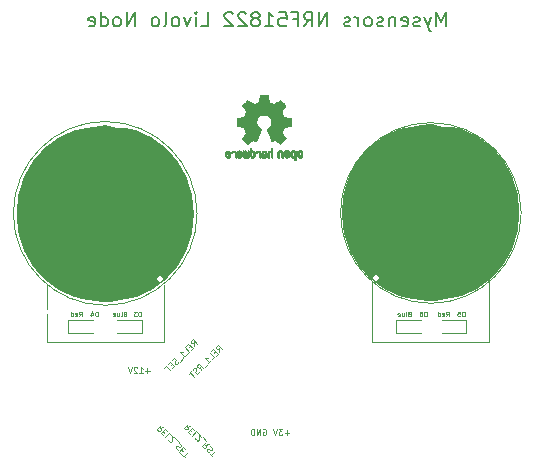
<source format=gbo>
G04 #@! TF.GenerationSoftware,KiCad,Pcbnew,no-vcs-found-d37a337~58~ubuntu16.04.1*
G04 #@! TF.CreationDate,2017-07-11T15:52:20+03:00*
G04 #@! TF.ProjectId,livolo_2_channels_1way_eu_switch,6C69766F6C6F5F325F6368616E6E656C,rev?*
G04 #@! TF.FileFunction,Legend,Bot*
G04 #@! TF.FilePolarity,Positive*
%FSLAX46Y46*%
G04 Gerber Fmt 4.6, Leading zero omitted, Abs format (unit mm)*
G04 Created by KiCad (PCBNEW no-vcs-found-d37a337~58~ubuntu16.04.1) date Tue Jul 11 15:52:20 2017*
%MOMM*%
%LPD*%
G01*
G04 APERTURE LIST*
%ADD10C,0.100000*%
%ADD11C,0.120000*%
%ADD12C,0.200000*%
%ADD13C,7.500000*%
%ADD14C,0.010000*%
%ADD15C,0.500000*%
%ADD16C,1.500000*%
%ADD17R,0.600000X0.800000*%
%ADD18O,1.350000X1.350000*%
%ADD19R,1.350000X1.350000*%
G04 APERTURE END LIST*
D10*
D11*
X144242857Y-111135714D02*
X143861904Y-111135714D01*
X144052380Y-111326190D02*
X144052380Y-110945238D01*
X143671428Y-110826190D02*
X143361904Y-110826190D01*
X143528571Y-111016666D01*
X143457142Y-111016666D01*
X143409523Y-111040476D01*
X143385714Y-111064285D01*
X143361904Y-111111904D01*
X143361904Y-111230952D01*
X143385714Y-111278571D01*
X143409523Y-111302380D01*
X143457142Y-111326190D01*
X143600000Y-111326190D01*
X143647619Y-111302380D01*
X143671428Y-111278571D01*
X143219047Y-110826190D02*
X143052380Y-111326190D01*
X142885714Y-110826190D01*
X136219585Y-103800295D02*
X136169078Y-103514086D01*
X136421616Y-103598265D02*
X136068062Y-103244712D01*
X135933375Y-103379399D01*
X135916539Y-103429906D01*
X135916539Y-103463578D01*
X135933375Y-103514086D01*
X135983883Y-103564593D01*
X136034391Y-103581429D01*
X136068062Y-103581429D01*
X136118570Y-103564593D01*
X136253257Y-103429906D01*
X135882868Y-103766624D02*
X135765017Y-103884475D01*
X135899704Y-104120177D02*
X136068062Y-103951818D01*
X135714509Y-103598265D01*
X135546150Y-103766624D01*
X135579822Y-104440059D02*
X135748181Y-104271700D01*
X135394627Y-103918147D01*
X135276776Y-104743104D02*
X135478807Y-104541074D01*
X135377791Y-104642089D02*
X135024238Y-104288536D01*
X135108417Y-104305372D01*
X135175761Y-104305372D01*
X135226269Y-104288536D01*
X135243104Y-104844120D02*
X134973730Y-105113494D01*
X134855879Y-105130330D02*
X134822208Y-105197673D01*
X134738028Y-105281852D01*
X134687521Y-105298688D01*
X134653849Y-105298688D01*
X134603341Y-105281852D01*
X134569669Y-105248181D01*
X134552834Y-105197673D01*
X134552834Y-105164001D01*
X134569669Y-105113494D01*
X134620177Y-105029314D01*
X134637013Y-104978807D01*
X134637013Y-104945135D01*
X134620177Y-104894627D01*
X134586505Y-104860956D01*
X134535998Y-104844120D01*
X134502326Y-104844120D01*
X134451818Y-104860956D01*
X134367639Y-104945135D01*
X134333967Y-105012478D01*
X134333967Y-105315524D02*
X134216116Y-105433375D01*
X134350803Y-105669078D02*
X134519162Y-105500719D01*
X134165608Y-105147165D01*
X133997250Y-105315524D01*
X133896234Y-105416539D02*
X133694204Y-105618570D01*
X134148773Y-105871108D02*
X133795219Y-105517555D01*
X138336421Y-104283460D02*
X138285913Y-103997250D01*
X138538452Y-104081429D02*
X138184898Y-103727876D01*
X138050211Y-103862563D01*
X138033375Y-103913070D01*
X138033375Y-103946742D01*
X138050211Y-103997250D01*
X138100719Y-104047757D01*
X138151226Y-104064593D01*
X138184898Y-104064593D01*
X138235406Y-104047757D01*
X138370093Y-103913070D01*
X137999704Y-104249788D02*
X137881852Y-104367639D01*
X138016539Y-104603341D02*
X138184898Y-104434982D01*
X137831345Y-104081429D01*
X137662986Y-104249788D01*
X137696658Y-104923223D02*
X137865017Y-104754864D01*
X137511463Y-104401311D01*
X137393612Y-105226269D02*
X137595643Y-105024238D01*
X137494627Y-105125253D02*
X137141074Y-104771700D01*
X137225253Y-104788536D01*
X137292597Y-104788536D01*
X137343104Y-104771700D01*
X137359940Y-105327284D02*
X137090566Y-105596658D01*
X136770685Y-105849196D02*
X136720177Y-105562986D01*
X136972715Y-105647165D02*
X136619162Y-105293612D01*
X136484475Y-105428299D01*
X136467639Y-105478807D01*
X136467639Y-105512478D01*
X136484475Y-105562986D01*
X136534982Y-105613494D01*
X136585490Y-105630330D01*
X136619162Y-105630330D01*
X136669669Y-105613494D01*
X136804356Y-105478807D01*
X136619162Y-105967047D02*
X136585490Y-106034391D01*
X136501311Y-106118570D01*
X136450803Y-106135406D01*
X136417131Y-106135406D01*
X136366624Y-106118570D01*
X136332952Y-106084898D01*
X136316116Y-106034391D01*
X136316116Y-106000719D01*
X136332952Y-105950211D01*
X136383460Y-105866032D01*
X136400295Y-105815524D01*
X136400295Y-105781852D01*
X136383460Y-105731345D01*
X136349788Y-105697673D01*
X136299280Y-105680837D01*
X136265608Y-105680837D01*
X136215101Y-105697673D01*
X136130921Y-105781852D01*
X136097250Y-105849196D01*
X135979399Y-105933375D02*
X135777368Y-106135406D01*
X136231937Y-106387944D02*
X135878383Y-106034391D01*
X135883460Y-110563578D02*
X135597250Y-110614086D01*
X135681429Y-110361547D02*
X135327876Y-110715101D01*
X135462563Y-110849788D01*
X135513070Y-110866624D01*
X135546742Y-110866624D01*
X135597250Y-110849788D01*
X135647757Y-110799280D01*
X135664593Y-110748773D01*
X135664593Y-110715101D01*
X135647757Y-110664593D01*
X135513070Y-110529906D01*
X135849788Y-110900295D02*
X135967639Y-111018147D01*
X136203341Y-110883460D02*
X136034982Y-110715101D01*
X135681429Y-111068654D01*
X135849788Y-111237013D01*
X136523223Y-111203341D02*
X136354864Y-111034982D01*
X136001311Y-111388536D01*
X136304356Y-111624238D02*
X136304356Y-111657910D01*
X136321192Y-111708417D01*
X136405372Y-111792597D01*
X136455879Y-111809433D01*
X136489551Y-111809433D01*
X136540059Y-111792597D01*
X136573730Y-111758925D01*
X136607402Y-111691582D01*
X136607402Y-111287521D01*
X136826269Y-111506387D01*
X136927284Y-111540059D02*
X137196658Y-111809433D01*
X137449196Y-112129314D02*
X137162986Y-112179822D01*
X137247165Y-111927284D02*
X136893612Y-112280837D01*
X137028299Y-112415524D01*
X137078807Y-112432360D01*
X137112478Y-112432360D01*
X137162986Y-112415524D01*
X137213494Y-112365017D01*
X137230330Y-112314509D01*
X137230330Y-112280837D01*
X137213494Y-112230330D01*
X137078807Y-112095643D01*
X137567047Y-112280837D02*
X137634391Y-112314509D01*
X137718570Y-112398688D01*
X137735406Y-112449196D01*
X137735406Y-112482868D01*
X137718570Y-112533375D01*
X137684898Y-112567047D01*
X137634391Y-112583883D01*
X137600719Y-112583883D01*
X137550211Y-112567047D01*
X137466032Y-112516539D01*
X137415524Y-112499704D01*
X137381852Y-112499704D01*
X137331345Y-112516539D01*
X137297673Y-112550211D01*
X137280837Y-112600719D01*
X137280837Y-112634391D01*
X137297673Y-112684898D01*
X137381852Y-112769078D01*
X137449196Y-112802749D01*
X137533375Y-112920600D02*
X137735406Y-113122631D01*
X137987944Y-112668062D02*
X137634391Y-113021616D01*
X133600295Y-110680414D02*
X133314086Y-110730921D01*
X133398265Y-110478383D02*
X133044712Y-110831937D01*
X133179399Y-110966624D01*
X133229906Y-110983460D01*
X133263578Y-110983460D01*
X133314086Y-110966624D01*
X133364593Y-110916116D01*
X133381429Y-110865608D01*
X133381429Y-110831937D01*
X133364593Y-110781429D01*
X133229906Y-110646742D01*
X133566624Y-111017131D02*
X133684475Y-111134982D01*
X133920177Y-111000295D02*
X133751818Y-110831937D01*
X133398265Y-111185490D01*
X133566624Y-111353849D01*
X134240059Y-111320177D02*
X134071700Y-111151818D01*
X133718147Y-111505372D01*
X134021192Y-111741074D02*
X134021192Y-111774746D01*
X134038028Y-111825253D01*
X134122208Y-111909433D01*
X134172715Y-111926269D01*
X134206387Y-111926269D01*
X134256895Y-111909433D01*
X134290566Y-111875761D01*
X134324238Y-111808417D01*
X134324238Y-111404356D01*
X134543104Y-111623223D01*
X134644120Y-111656895D02*
X134913494Y-111926269D01*
X134930330Y-112044120D02*
X134997673Y-112077791D01*
X135081852Y-112161971D01*
X135098688Y-112212478D01*
X135098688Y-112246150D01*
X135081852Y-112296658D01*
X135048181Y-112330330D01*
X134997673Y-112347165D01*
X134964001Y-112347165D01*
X134913494Y-112330330D01*
X134829314Y-112279822D01*
X134778807Y-112262986D01*
X134745135Y-112262986D01*
X134694627Y-112279822D01*
X134660956Y-112313494D01*
X134644120Y-112364001D01*
X134644120Y-112397673D01*
X134660956Y-112448181D01*
X134745135Y-112532360D01*
X134812478Y-112566032D01*
X135115524Y-112566032D02*
X135233375Y-112683883D01*
X135469078Y-112549196D02*
X135300719Y-112380837D01*
X134947165Y-112734391D01*
X135115524Y-112902749D01*
X135216539Y-113003765D02*
X135418570Y-113205795D01*
X135671108Y-112751226D02*
X135317555Y-113104780D01*
X142030952Y-110850000D02*
X142078571Y-110826190D01*
X142150000Y-110826190D01*
X142221428Y-110850000D01*
X142269047Y-110897619D01*
X142292857Y-110945238D01*
X142316666Y-111040476D01*
X142316666Y-111111904D01*
X142292857Y-111207142D01*
X142269047Y-111254761D01*
X142221428Y-111302380D01*
X142150000Y-111326190D01*
X142102380Y-111326190D01*
X142030952Y-111302380D01*
X142007142Y-111278571D01*
X142007142Y-111111904D01*
X142102380Y-111111904D01*
X141792857Y-111326190D02*
X141792857Y-110826190D01*
X141507142Y-111326190D01*
X141507142Y-110826190D01*
X141269047Y-111326190D02*
X141269047Y-110826190D01*
X141150000Y-110826190D01*
X141078571Y-110850000D01*
X141030952Y-110897619D01*
X141007142Y-110945238D01*
X140983333Y-111040476D01*
X140983333Y-111111904D01*
X141007142Y-111207142D01*
X141030952Y-111254761D01*
X141078571Y-111302380D01*
X141150000Y-111326190D01*
X141269047Y-111326190D01*
X132430952Y-105885714D02*
X132050000Y-105885714D01*
X132240476Y-106076190D02*
X132240476Y-105695238D01*
X131550000Y-106076190D02*
X131835714Y-106076190D01*
X131692857Y-106076190D02*
X131692857Y-105576190D01*
X131740476Y-105647619D01*
X131788095Y-105695238D01*
X131835714Y-105719047D01*
X131359523Y-105623809D02*
X131335714Y-105600000D01*
X131288095Y-105576190D01*
X131169047Y-105576190D01*
X131121428Y-105600000D01*
X131097619Y-105623809D01*
X131073809Y-105671428D01*
X131073809Y-105719047D01*
X131097619Y-105790476D01*
X131383333Y-106076190D01*
X131073809Y-106076190D01*
X130930952Y-105576190D02*
X130764285Y-106076190D01*
X130597619Y-105576190D01*
D12*
X157514285Y-76742857D02*
X157514285Y-75542857D01*
X157114285Y-76400000D01*
X156714285Y-75542857D01*
X156714285Y-76742857D01*
X156257142Y-75942857D02*
X155971428Y-76742857D01*
X155685714Y-75942857D02*
X155971428Y-76742857D01*
X156085714Y-77028571D01*
X156142857Y-77085714D01*
X156257142Y-77142857D01*
X155285714Y-76685714D02*
X155171428Y-76742857D01*
X154942857Y-76742857D01*
X154828571Y-76685714D01*
X154771428Y-76571428D01*
X154771428Y-76514285D01*
X154828571Y-76400000D01*
X154942857Y-76342857D01*
X155114285Y-76342857D01*
X155228571Y-76285714D01*
X155285714Y-76171428D01*
X155285714Y-76114285D01*
X155228571Y-76000000D01*
X155114285Y-75942857D01*
X154942857Y-75942857D01*
X154828571Y-76000000D01*
X153800000Y-76685714D02*
X153914285Y-76742857D01*
X154142857Y-76742857D01*
X154257142Y-76685714D01*
X154314285Y-76571428D01*
X154314285Y-76114285D01*
X154257142Y-76000000D01*
X154142857Y-75942857D01*
X153914285Y-75942857D01*
X153800000Y-76000000D01*
X153742857Y-76114285D01*
X153742857Y-76228571D01*
X154314285Y-76342857D01*
X153228571Y-75942857D02*
X153228571Y-76742857D01*
X153228571Y-76057142D02*
X153171428Y-76000000D01*
X153057142Y-75942857D01*
X152885714Y-75942857D01*
X152771428Y-76000000D01*
X152714285Y-76114285D01*
X152714285Y-76742857D01*
X152200000Y-76685714D02*
X152085714Y-76742857D01*
X151857142Y-76742857D01*
X151742857Y-76685714D01*
X151685714Y-76571428D01*
X151685714Y-76514285D01*
X151742857Y-76400000D01*
X151857142Y-76342857D01*
X152028571Y-76342857D01*
X152142857Y-76285714D01*
X152200000Y-76171428D01*
X152200000Y-76114285D01*
X152142857Y-76000000D01*
X152028571Y-75942857D01*
X151857142Y-75942857D01*
X151742857Y-76000000D01*
X151000000Y-76742857D02*
X151114285Y-76685714D01*
X151171428Y-76628571D01*
X151228571Y-76514285D01*
X151228571Y-76171428D01*
X151171428Y-76057142D01*
X151114285Y-76000000D01*
X151000000Y-75942857D01*
X150828571Y-75942857D01*
X150714285Y-76000000D01*
X150657142Y-76057142D01*
X150600000Y-76171428D01*
X150600000Y-76514285D01*
X150657142Y-76628571D01*
X150714285Y-76685714D01*
X150828571Y-76742857D01*
X151000000Y-76742857D01*
X150085714Y-76742857D02*
X150085714Y-75942857D01*
X150085714Y-76171428D02*
X150028571Y-76057142D01*
X149971428Y-76000000D01*
X149857142Y-75942857D01*
X149742857Y-75942857D01*
X149400000Y-76685714D02*
X149285714Y-76742857D01*
X149057142Y-76742857D01*
X148942857Y-76685714D01*
X148885714Y-76571428D01*
X148885714Y-76514285D01*
X148942857Y-76400000D01*
X149057142Y-76342857D01*
X149228571Y-76342857D01*
X149342857Y-76285714D01*
X149400000Y-76171428D01*
X149400000Y-76114285D01*
X149342857Y-76000000D01*
X149228571Y-75942857D01*
X149057142Y-75942857D01*
X148942857Y-76000000D01*
X147457142Y-76742857D02*
X147457142Y-75542857D01*
X146771428Y-76742857D01*
X146771428Y-75542857D01*
X145514285Y-76742857D02*
X145914285Y-76171428D01*
X146200000Y-76742857D02*
X146200000Y-75542857D01*
X145742857Y-75542857D01*
X145628571Y-75600000D01*
X145571428Y-75657142D01*
X145514285Y-75771428D01*
X145514285Y-75942857D01*
X145571428Y-76057142D01*
X145628571Y-76114285D01*
X145742857Y-76171428D01*
X146200000Y-76171428D01*
X144600000Y-76114285D02*
X145000000Y-76114285D01*
X145000000Y-76742857D02*
X145000000Y-75542857D01*
X144428571Y-75542857D01*
X143400000Y-75542857D02*
X143971428Y-75542857D01*
X144028571Y-76114285D01*
X143971428Y-76057142D01*
X143857142Y-76000000D01*
X143571428Y-76000000D01*
X143457142Y-76057142D01*
X143400000Y-76114285D01*
X143342857Y-76228571D01*
X143342857Y-76514285D01*
X143400000Y-76628571D01*
X143457142Y-76685714D01*
X143571428Y-76742857D01*
X143857142Y-76742857D01*
X143971428Y-76685714D01*
X144028571Y-76628571D01*
X142200000Y-76742857D02*
X142885714Y-76742857D01*
X142542857Y-76742857D02*
X142542857Y-75542857D01*
X142657142Y-75714285D01*
X142771428Y-75828571D01*
X142885714Y-75885714D01*
X141514285Y-76057142D02*
X141628571Y-76000000D01*
X141685714Y-75942857D01*
X141742857Y-75828571D01*
X141742857Y-75771428D01*
X141685714Y-75657142D01*
X141628571Y-75600000D01*
X141514285Y-75542857D01*
X141285714Y-75542857D01*
X141171428Y-75600000D01*
X141114285Y-75657142D01*
X141057142Y-75771428D01*
X141057142Y-75828571D01*
X141114285Y-75942857D01*
X141171428Y-76000000D01*
X141285714Y-76057142D01*
X141514285Y-76057142D01*
X141628571Y-76114285D01*
X141685714Y-76171428D01*
X141742857Y-76285714D01*
X141742857Y-76514285D01*
X141685714Y-76628571D01*
X141628571Y-76685714D01*
X141514285Y-76742857D01*
X141285714Y-76742857D01*
X141171428Y-76685714D01*
X141114285Y-76628571D01*
X141057142Y-76514285D01*
X141057142Y-76285714D01*
X141114285Y-76171428D01*
X141171428Y-76114285D01*
X141285714Y-76057142D01*
X140600000Y-75657142D02*
X140542857Y-75600000D01*
X140428571Y-75542857D01*
X140142857Y-75542857D01*
X140028571Y-75600000D01*
X139971428Y-75657142D01*
X139914285Y-75771428D01*
X139914285Y-75885714D01*
X139971428Y-76057142D01*
X140657142Y-76742857D01*
X139914285Y-76742857D01*
X139457142Y-75657142D02*
X139400000Y-75600000D01*
X139285714Y-75542857D01*
X139000000Y-75542857D01*
X138885714Y-75600000D01*
X138828571Y-75657142D01*
X138771428Y-75771428D01*
X138771428Y-75885714D01*
X138828571Y-76057142D01*
X139514285Y-76742857D01*
X138771428Y-76742857D01*
X136771428Y-76742857D02*
X137342857Y-76742857D01*
X137342857Y-75542857D01*
X136371428Y-76742857D02*
X136371428Y-75942857D01*
X136371428Y-75542857D02*
X136428571Y-75600000D01*
X136371428Y-75657142D01*
X136314285Y-75600000D01*
X136371428Y-75542857D01*
X136371428Y-75657142D01*
X135914285Y-75942857D02*
X135628571Y-76742857D01*
X135342857Y-75942857D01*
X134714285Y-76742857D02*
X134828571Y-76685714D01*
X134885714Y-76628571D01*
X134942857Y-76514285D01*
X134942857Y-76171428D01*
X134885714Y-76057142D01*
X134828571Y-76000000D01*
X134714285Y-75942857D01*
X134542857Y-75942857D01*
X134428571Y-76000000D01*
X134371428Y-76057142D01*
X134314285Y-76171428D01*
X134314285Y-76514285D01*
X134371428Y-76628571D01*
X134428571Y-76685714D01*
X134542857Y-76742857D01*
X134714285Y-76742857D01*
X133628571Y-76742857D02*
X133742857Y-76685714D01*
X133800000Y-76571428D01*
X133800000Y-75542857D01*
X133000000Y-76742857D02*
X133114285Y-76685714D01*
X133171428Y-76628571D01*
X133228571Y-76514285D01*
X133228571Y-76171428D01*
X133171428Y-76057142D01*
X133114285Y-76000000D01*
X133000000Y-75942857D01*
X132828571Y-75942857D01*
X132714285Y-76000000D01*
X132657142Y-76057142D01*
X132600000Y-76171428D01*
X132600000Y-76514285D01*
X132657142Y-76628571D01*
X132714285Y-76685714D01*
X132828571Y-76742857D01*
X133000000Y-76742857D01*
X131171428Y-76742857D02*
X131171428Y-75542857D01*
X130485714Y-76742857D01*
X130485714Y-75542857D01*
X129742857Y-76742857D02*
X129857142Y-76685714D01*
X129914285Y-76628571D01*
X129971428Y-76514285D01*
X129971428Y-76171428D01*
X129914285Y-76057142D01*
X129857142Y-76000000D01*
X129742857Y-75942857D01*
X129571428Y-75942857D01*
X129457142Y-76000000D01*
X129400000Y-76057142D01*
X129342857Y-76171428D01*
X129342857Y-76514285D01*
X129400000Y-76628571D01*
X129457142Y-76685714D01*
X129571428Y-76742857D01*
X129742857Y-76742857D01*
X128314285Y-76742857D02*
X128314285Y-75542857D01*
X128314285Y-76685714D02*
X128428571Y-76742857D01*
X128657142Y-76742857D01*
X128771428Y-76685714D01*
X128828571Y-76628571D01*
X128885714Y-76514285D01*
X128885714Y-76171428D01*
X128828571Y-76057142D01*
X128771428Y-76000000D01*
X128657142Y-75942857D01*
X128428571Y-75942857D01*
X128314285Y-76000000D01*
X127285714Y-76685714D02*
X127400000Y-76742857D01*
X127628571Y-76742857D01*
X127742857Y-76685714D01*
X127800000Y-76571428D01*
X127800000Y-76114285D01*
X127742857Y-76000000D01*
X127628571Y-75942857D01*
X127400000Y-75942857D01*
X127285714Y-76000000D01*
X127228571Y-76114285D01*
X127228571Y-76228571D01*
X127800000Y-76342857D01*
D13*
X159979592Y-92500000D02*
G75*
G03X159979592Y-92500000I-3754592J0D01*
G01*
X132415382Y-92600000D02*
G75*
G03X132415382Y-92600000I-3740382J0D01*
G01*
D10*
X151298140Y-103432020D02*
X161166040Y-103432020D01*
X151270200Y-103432020D02*
X151270200Y-98399511D01*
X161170160Y-103432020D02*
X161170160Y-98399511D01*
X123748140Y-103482020D02*
X133616040Y-103482020D01*
X123720200Y-103482020D02*
X123720200Y-98599959D01*
X163892148Y-92534512D02*
G75*
G03X163892148Y-92534512I-7647872J0D01*
G01*
X133620160Y-103482020D02*
X133620160Y-98599959D01*
X136451733Y-92569926D02*
G75*
G03X136451733Y-92569926I-7778209J0D01*
G01*
D14*
G36*
X144500256Y-87219918D02*
X144444799Y-87247568D01*
X144395852Y-87298480D01*
X144382371Y-87317338D01*
X144367686Y-87342015D01*
X144358158Y-87368816D01*
X144352707Y-87404587D01*
X144350253Y-87456169D01*
X144349714Y-87524267D01*
X144352148Y-87617588D01*
X144360606Y-87687657D01*
X144376826Y-87739931D01*
X144402546Y-87779869D01*
X144439503Y-87812929D01*
X144442218Y-87814886D01*
X144478640Y-87834908D01*
X144522498Y-87844815D01*
X144578276Y-87847257D01*
X144668952Y-87847257D01*
X144668990Y-87935283D01*
X144669834Y-87984308D01*
X144674976Y-88013065D01*
X144688413Y-88030311D01*
X144714142Y-88044808D01*
X144720321Y-88047769D01*
X144749236Y-88061648D01*
X144771624Y-88070414D01*
X144788271Y-88071171D01*
X144799964Y-88061023D01*
X144807490Y-88037073D01*
X144811634Y-87996426D01*
X144813185Y-87936186D01*
X144812929Y-87853455D01*
X144811651Y-87745339D01*
X144811252Y-87713000D01*
X144809815Y-87601524D01*
X144808528Y-87528603D01*
X144669029Y-87528603D01*
X144668245Y-87590499D01*
X144664760Y-87630997D01*
X144656876Y-87657708D01*
X144642895Y-87678244D01*
X144633403Y-87688260D01*
X144594596Y-87717567D01*
X144560237Y-87719952D01*
X144524784Y-87695750D01*
X144523886Y-87694857D01*
X144509461Y-87676153D01*
X144500687Y-87650732D01*
X144496261Y-87611584D01*
X144494882Y-87551697D01*
X144494857Y-87538430D01*
X144498188Y-87455901D01*
X144509031Y-87398691D01*
X144528660Y-87363766D01*
X144558350Y-87348094D01*
X144575509Y-87346514D01*
X144616234Y-87353926D01*
X144644168Y-87378330D01*
X144660983Y-87422980D01*
X144668350Y-87491130D01*
X144669029Y-87528603D01*
X144808528Y-87528603D01*
X144808292Y-87515245D01*
X144806323Y-87450333D01*
X144803550Y-87402958D01*
X144799612Y-87369290D01*
X144794151Y-87345498D01*
X144786808Y-87327753D01*
X144777223Y-87312224D01*
X144773113Y-87306381D01*
X144718595Y-87251185D01*
X144649664Y-87219890D01*
X144569928Y-87211165D01*
X144500256Y-87219918D01*
X144500256Y-87219918D01*
G37*
X144500256Y-87219918D02*
X144444799Y-87247568D01*
X144395852Y-87298480D01*
X144382371Y-87317338D01*
X144367686Y-87342015D01*
X144358158Y-87368816D01*
X144352707Y-87404587D01*
X144350253Y-87456169D01*
X144349714Y-87524267D01*
X144352148Y-87617588D01*
X144360606Y-87687657D01*
X144376826Y-87739931D01*
X144402546Y-87779869D01*
X144439503Y-87812929D01*
X144442218Y-87814886D01*
X144478640Y-87834908D01*
X144522498Y-87844815D01*
X144578276Y-87847257D01*
X144668952Y-87847257D01*
X144668990Y-87935283D01*
X144669834Y-87984308D01*
X144674976Y-88013065D01*
X144688413Y-88030311D01*
X144714142Y-88044808D01*
X144720321Y-88047769D01*
X144749236Y-88061648D01*
X144771624Y-88070414D01*
X144788271Y-88071171D01*
X144799964Y-88061023D01*
X144807490Y-88037073D01*
X144811634Y-87996426D01*
X144813185Y-87936186D01*
X144812929Y-87853455D01*
X144811651Y-87745339D01*
X144811252Y-87713000D01*
X144809815Y-87601524D01*
X144808528Y-87528603D01*
X144669029Y-87528603D01*
X144668245Y-87590499D01*
X144664760Y-87630997D01*
X144656876Y-87657708D01*
X144642895Y-87678244D01*
X144633403Y-87688260D01*
X144594596Y-87717567D01*
X144560237Y-87719952D01*
X144524784Y-87695750D01*
X144523886Y-87694857D01*
X144509461Y-87676153D01*
X144500687Y-87650732D01*
X144496261Y-87611584D01*
X144494882Y-87551697D01*
X144494857Y-87538430D01*
X144498188Y-87455901D01*
X144509031Y-87398691D01*
X144528660Y-87363766D01*
X144558350Y-87348094D01*
X144575509Y-87346514D01*
X144616234Y-87353926D01*
X144644168Y-87378330D01*
X144660983Y-87422980D01*
X144668350Y-87491130D01*
X144669029Y-87528603D01*
X144808528Y-87528603D01*
X144808292Y-87515245D01*
X144806323Y-87450333D01*
X144803550Y-87402958D01*
X144799612Y-87369290D01*
X144794151Y-87345498D01*
X144786808Y-87327753D01*
X144777223Y-87312224D01*
X144773113Y-87306381D01*
X144718595Y-87251185D01*
X144649664Y-87219890D01*
X144569928Y-87211165D01*
X144500256Y-87219918D01*
G36*
X143383907Y-87227780D02*
X143337328Y-87254723D01*
X143304943Y-87281466D01*
X143281258Y-87309484D01*
X143264941Y-87343748D01*
X143254661Y-87389227D01*
X143249086Y-87450892D01*
X143246884Y-87533711D01*
X143246629Y-87593246D01*
X143246629Y-87812391D01*
X143308314Y-87840044D01*
X143370000Y-87867697D01*
X143377257Y-87627670D01*
X143380256Y-87538028D01*
X143383402Y-87472962D01*
X143387299Y-87428026D01*
X143392553Y-87398770D01*
X143399769Y-87380748D01*
X143409550Y-87369511D01*
X143412688Y-87367079D01*
X143460239Y-87348083D01*
X143508303Y-87355600D01*
X143536914Y-87375543D01*
X143548553Y-87389675D01*
X143556609Y-87408220D01*
X143561729Y-87436334D01*
X143564559Y-87479173D01*
X143565744Y-87541895D01*
X143565943Y-87607261D01*
X143565982Y-87689268D01*
X143567386Y-87747316D01*
X143572086Y-87786465D01*
X143582013Y-87811780D01*
X143599097Y-87828323D01*
X143625268Y-87841156D01*
X143660225Y-87854491D01*
X143698404Y-87869007D01*
X143693859Y-87611389D01*
X143692029Y-87518519D01*
X143689888Y-87449889D01*
X143686819Y-87400711D01*
X143682206Y-87366198D01*
X143675432Y-87341562D01*
X143665881Y-87322016D01*
X143654366Y-87304770D01*
X143598810Y-87249680D01*
X143531020Y-87217822D01*
X143457287Y-87210191D01*
X143383907Y-87227780D01*
X143383907Y-87227780D01*
G37*
X143383907Y-87227780D02*
X143337328Y-87254723D01*
X143304943Y-87281466D01*
X143281258Y-87309484D01*
X143264941Y-87343748D01*
X143254661Y-87389227D01*
X143249086Y-87450892D01*
X143246884Y-87533711D01*
X143246629Y-87593246D01*
X143246629Y-87812391D01*
X143308314Y-87840044D01*
X143370000Y-87867697D01*
X143377257Y-87627670D01*
X143380256Y-87538028D01*
X143383402Y-87472962D01*
X143387299Y-87428026D01*
X143392553Y-87398770D01*
X143399769Y-87380748D01*
X143409550Y-87369511D01*
X143412688Y-87367079D01*
X143460239Y-87348083D01*
X143508303Y-87355600D01*
X143536914Y-87375543D01*
X143548553Y-87389675D01*
X143556609Y-87408220D01*
X143561729Y-87436334D01*
X143564559Y-87479173D01*
X143565744Y-87541895D01*
X143565943Y-87607261D01*
X143565982Y-87689268D01*
X143567386Y-87747316D01*
X143572086Y-87786465D01*
X143582013Y-87811780D01*
X143599097Y-87828323D01*
X143625268Y-87841156D01*
X143660225Y-87854491D01*
X143698404Y-87869007D01*
X143693859Y-87611389D01*
X143692029Y-87518519D01*
X143689888Y-87449889D01*
X143686819Y-87400711D01*
X143682206Y-87366198D01*
X143675432Y-87341562D01*
X143665881Y-87322016D01*
X143654366Y-87304770D01*
X143598810Y-87249680D01*
X143531020Y-87217822D01*
X143457287Y-87210191D01*
X143383907Y-87227780D01*
G36*
X145058885Y-87221962D02*
X144990855Y-87257733D01*
X144940649Y-87315301D01*
X144922815Y-87352312D01*
X144908937Y-87407882D01*
X144901833Y-87478096D01*
X144901160Y-87554727D01*
X144906573Y-87629552D01*
X144917730Y-87694342D01*
X144934286Y-87740873D01*
X144939374Y-87748887D01*
X144999645Y-87808707D01*
X145071231Y-87844535D01*
X145148908Y-87855020D01*
X145227452Y-87838810D01*
X145249311Y-87829092D01*
X145291878Y-87799143D01*
X145329237Y-87759433D01*
X145332768Y-87754397D01*
X145347119Y-87730124D01*
X145356606Y-87704178D01*
X145362210Y-87670022D01*
X145364914Y-87621119D01*
X145365701Y-87550935D01*
X145365714Y-87535200D01*
X145365678Y-87530192D01*
X145220571Y-87530192D01*
X145219727Y-87596430D01*
X145216404Y-87640386D01*
X145209417Y-87668779D01*
X145197584Y-87688325D01*
X145191543Y-87694857D01*
X145156814Y-87719680D01*
X145123097Y-87718548D01*
X145089005Y-87697016D01*
X145068671Y-87674029D01*
X145056629Y-87640478D01*
X145049866Y-87587569D01*
X145049402Y-87581399D01*
X145048248Y-87485513D01*
X145060312Y-87414299D01*
X145085430Y-87368194D01*
X145123440Y-87347635D01*
X145137008Y-87346514D01*
X145172636Y-87352152D01*
X145197006Y-87371686D01*
X145211907Y-87409042D01*
X145219125Y-87468150D01*
X145220571Y-87530192D01*
X145365678Y-87530192D01*
X145365174Y-87460413D01*
X145362904Y-87408159D01*
X145357932Y-87371949D01*
X145349287Y-87345299D01*
X145335995Y-87321722D01*
X145333057Y-87317338D01*
X145283687Y-87258249D01*
X145229891Y-87223947D01*
X145164398Y-87210331D01*
X145142158Y-87209665D01*
X145058885Y-87221962D01*
X145058885Y-87221962D01*
G37*
X145058885Y-87221962D02*
X144990855Y-87257733D01*
X144940649Y-87315301D01*
X144922815Y-87352312D01*
X144908937Y-87407882D01*
X144901833Y-87478096D01*
X144901160Y-87554727D01*
X144906573Y-87629552D01*
X144917730Y-87694342D01*
X144934286Y-87740873D01*
X144939374Y-87748887D01*
X144999645Y-87808707D01*
X145071231Y-87844535D01*
X145148908Y-87855020D01*
X145227452Y-87838810D01*
X145249311Y-87829092D01*
X145291878Y-87799143D01*
X145329237Y-87759433D01*
X145332768Y-87754397D01*
X145347119Y-87730124D01*
X145356606Y-87704178D01*
X145362210Y-87670022D01*
X145364914Y-87621119D01*
X145365701Y-87550935D01*
X145365714Y-87535200D01*
X145365678Y-87530192D01*
X145220571Y-87530192D01*
X145219727Y-87596430D01*
X145216404Y-87640386D01*
X145209417Y-87668779D01*
X145197584Y-87688325D01*
X145191543Y-87694857D01*
X145156814Y-87719680D01*
X145123097Y-87718548D01*
X145089005Y-87697016D01*
X145068671Y-87674029D01*
X145056629Y-87640478D01*
X145049866Y-87587569D01*
X145049402Y-87581399D01*
X145048248Y-87485513D01*
X145060312Y-87414299D01*
X145085430Y-87368194D01*
X145123440Y-87347635D01*
X145137008Y-87346514D01*
X145172636Y-87352152D01*
X145197006Y-87371686D01*
X145211907Y-87409042D01*
X145219125Y-87468150D01*
X145220571Y-87530192D01*
X145365678Y-87530192D01*
X145365174Y-87460413D01*
X145362904Y-87408159D01*
X145357932Y-87371949D01*
X145349287Y-87345299D01*
X145335995Y-87321722D01*
X145333057Y-87317338D01*
X145283687Y-87258249D01*
X145229891Y-87223947D01*
X145164398Y-87210331D01*
X145142158Y-87209665D01*
X145058885Y-87221962D01*
G36*
X143931697Y-87231239D02*
X143874473Y-87269735D01*
X143830251Y-87325335D01*
X143803833Y-87396086D01*
X143798490Y-87448162D01*
X143799097Y-87469893D01*
X143804178Y-87486531D01*
X143818145Y-87501437D01*
X143845411Y-87517973D01*
X143890388Y-87539498D01*
X143957489Y-87569374D01*
X143957829Y-87569524D01*
X144019593Y-87597813D01*
X144070241Y-87622933D01*
X144104596Y-87642179D01*
X144117482Y-87652848D01*
X144117486Y-87652934D01*
X144106128Y-87676166D01*
X144079569Y-87701774D01*
X144049077Y-87720221D01*
X144033630Y-87723886D01*
X143991485Y-87711212D01*
X143955192Y-87679471D01*
X143937483Y-87644572D01*
X143920448Y-87618845D01*
X143887078Y-87589546D01*
X143847851Y-87564235D01*
X143813244Y-87550471D01*
X143806007Y-87549714D01*
X143797861Y-87562160D01*
X143797370Y-87593972D01*
X143803357Y-87636866D01*
X143814643Y-87682558D01*
X143830050Y-87722761D01*
X143830829Y-87724322D01*
X143877196Y-87789062D01*
X143937289Y-87833097D01*
X144005535Y-87854711D01*
X144076362Y-87852185D01*
X144144196Y-87823804D01*
X144147212Y-87821808D01*
X144200573Y-87773448D01*
X144235660Y-87710352D01*
X144255078Y-87627387D01*
X144257684Y-87604078D01*
X144262299Y-87494055D01*
X144256767Y-87442748D01*
X144117486Y-87442748D01*
X144115676Y-87474753D01*
X144105778Y-87484093D01*
X144081102Y-87477105D01*
X144042205Y-87460587D01*
X143998725Y-87439881D01*
X143997644Y-87439333D01*
X143960791Y-87419949D01*
X143946000Y-87407013D01*
X143949647Y-87393451D01*
X143965005Y-87375632D01*
X144004077Y-87349845D01*
X144046154Y-87347950D01*
X144083897Y-87366717D01*
X144109966Y-87402915D01*
X144117486Y-87442748D01*
X144256767Y-87442748D01*
X144252806Y-87406027D01*
X144228450Y-87336212D01*
X144194544Y-87287302D01*
X144133347Y-87237878D01*
X144065937Y-87213359D01*
X143997120Y-87211797D01*
X143931697Y-87231239D01*
X143931697Y-87231239D01*
G37*
X143931697Y-87231239D02*
X143874473Y-87269735D01*
X143830251Y-87325335D01*
X143803833Y-87396086D01*
X143798490Y-87448162D01*
X143799097Y-87469893D01*
X143804178Y-87486531D01*
X143818145Y-87501437D01*
X143845411Y-87517973D01*
X143890388Y-87539498D01*
X143957489Y-87569374D01*
X143957829Y-87569524D01*
X144019593Y-87597813D01*
X144070241Y-87622933D01*
X144104596Y-87642179D01*
X144117482Y-87652848D01*
X144117486Y-87652934D01*
X144106128Y-87676166D01*
X144079569Y-87701774D01*
X144049077Y-87720221D01*
X144033630Y-87723886D01*
X143991485Y-87711212D01*
X143955192Y-87679471D01*
X143937483Y-87644572D01*
X143920448Y-87618845D01*
X143887078Y-87589546D01*
X143847851Y-87564235D01*
X143813244Y-87550471D01*
X143806007Y-87549714D01*
X143797861Y-87562160D01*
X143797370Y-87593972D01*
X143803357Y-87636866D01*
X143814643Y-87682558D01*
X143830050Y-87722761D01*
X143830829Y-87724322D01*
X143877196Y-87789062D01*
X143937289Y-87833097D01*
X144005535Y-87854711D01*
X144076362Y-87852185D01*
X144144196Y-87823804D01*
X144147212Y-87821808D01*
X144200573Y-87773448D01*
X144235660Y-87710352D01*
X144255078Y-87627387D01*
X144257684Y-87604078D01*
X144262299Y-87494055D01*
X144256767Y-87442748D01*
X144117486Y-87442748D01*
X144115676Y-87474753D01*
X144105778Y-87484093D01*
X144081102Y-87477105D01*
X144042205Y-87460587D01*
X143998725Y-87439881D01*
X143997644Y-87439333D01*
X143960791Y-87419949D01*
X143946000Y-87407013D01*
X143949647Y-87393451D01*
X143965005Y-87375632D01*
X144004077Y-87349845D01*
X144046154Y-87347950D01*
X144083897Y-87366717D01*
X144109966Y-87402915D01*
X144117486Y-87442748D01*
X144256767Y-87442748D01*
X144252806Y-87406027D01*
X144228450Y-87336212D01*
X144194544Y-87287302D01*
X144133347Y-87237878D01*
X144065937Y-87213359D01*
X143997120Y-87211797D01*
X143931697Y-87231239D01*
G36*
X142724114Y-87151289D02*
X142719861Y-87210613D01*
X142714975Y-87245572D01*
X142708205Y-87260820D01*
X142698298Y-87261015D01*
X142695086Y-87259195D01*
X142652356Y-87246015D01*
X142596773Y-87246785D01*
X142540263Y-87260333D01*
X142504918Y-87277861D01*
X142468679Y-87305861D01*
X142442187Y-87337549D01*
X142424001Y-87377813D01*
X142412678Y-87431543D01*
X142406778Y-87503626D01*
X142404857Y-87598951D01*
X142404823Y-87617237D01*
X142404800Y-87822646D01*
X142450509Y-87838580D01*
X142482973Y-87849420D01*
X142500785Y-87854468D01*
X142501309Y-87854514D01*
X142503063Y-87840828D01*
X142504556Y-87803076D01*
X142505674Y-87746224D01*
X142506303Y-87675234D01*
X142506400Y-87632073D01*
X142506602Y-87546973D01*
X142507642Y-87485981D01*
X142510169Y-87444177D01*
X142514836Y-87416642D01*
X142522293Y-87398456D01*
X142533189Y-87384698D01*
X142539993Y-87378073D01*
X142586728Y-87351375D01*
X142637728Y-87349375D01*
X142683999Y-87371955D01*
X142692556Y-87380107D01*
X142705107Y-87395436D01*
X142713812Y-87413618D01*
X142719369Y-87439909D01*
X142722474Y-87479562D01*
X142723824Y-87537832D01*
X142724114Y-87618173D01*
X142724114Y-87822646D01*
X142769823Y-87838580D01*
X142802287Y-87849420D01*
X142820099Y-87854468D01*
X142820623Y-87854514D01*
X142821963Y-87840623D01*
X142823172Y-87801439D01*
X142824199Y-87740700D01*
X142824998Y-87662141D01*
X142825519Y-87569498D01*
X142825714Y-87466509D01*
X142825714Y-87069342D01*
X142778543Y-87049444D01*
X142731371Y-87029547D01*
X142724114Y-87151289D01*
X142724114Y-87151289D01*
G37*
X142724114Y-87151289D02*
X142719861Y-87210613D01*
X142714975Y-87245572D01*
X142708205Y-87260820D01*
X142698298Y-87261015D01*
X142695086Y-87259195D01*
X142652356Y-87246015D01*
X142596773Y-87246785D01*
X142540263Y-87260333D01*
X142504918Y-87277861D01*
X142468679Y-87305861D01*
X142442187Y-87337549D01*
X142424001Y-87377813D01*
X142412678Y-87431543D01*
X142406778Y-87503626D01*
X142404857Y-87598951D01*
X142404823Y-87617237D01*
X142404800Y-87822646D01*
X142450509Y-87838580D01*
X142482973Y-87849420D01*
X142500785Y-87854468D01*
X142501309Y-87854514D01*
X142503063Y-87840828D01*
X142504556Y-87803076D01*
X142505674Y-87746224D01*
X142506303Y-87675234D01*
X142506400Y-87632073D01*
X142506602Y-87546973D01*
X142507642Y-87485981D01*
X142510169Y-87444177D01*
X142514836Y-87416642D01*
X142522293Y-87398456D01*
X142533189Y-87384698D01*
X142539993Y-87378073D01*
X142586728Y-87351375D01*
X142637728Y-87349375D01*
X142683999Y-87371955D01*
X142692556Y-87380107D01*
X142705107Y-87395436D01*
X142713812Y-87413618D01*
X142719369Y-87439909D01*
X142722474Y-87479562D01*
X142723824Y-87537832D01*
X142724114Y-87618173D01*
X142724114Y-87822646D01*
X142769823Y-87838580D01*
X142802287Y-87849420D01*
X142820099Y-87854468D01*
X142820623Y-87854514D01*
X142821963Y-87840623D01*
X142823172Y-87801439D01*
X142824199Y-87740700D01*
X142824998Y-87662141D01*
X142825519Y-87569498D01*
X142825714Y-87466509D01*
X142825714Y-87069342D01*
X142778543Y-87049444D01*
X142731371Y-87029547D01*
X142724114Y-87151289D01*
G36*
X142060256Y-87250968D02*
X142003384Y-87272087D01*
X142002733Y-87272493D01*
X141967560Y-87298380D01*
X141941593Y-87328633D01*
X141923330Y-87368058D01*
X141911268Y-87421462D01*
X141903904Y-87493651D01*
X141899736Y-87589432D01*
X141899371Y-87603078D01*
X141894124Y-87808842D01*
X141938284Y-87831678D01*
X141970237Y-87847110D01*
X141989530Y-87854423D01*
X141990422Y-87854514D01*
X141993761Y-87841022D01*
X141996413Y-87804626D01*
X141998044Y-87751452D01*
X141998400Y-87708393D01*
X141998408Y-87638641D01*
X142001597Y-87594837D01*
X142012712Y-87573944D01*
X142036499Y-87572925D01*
X142077704Y-87588741D01*
X142139914Y-87617815D01*
X142185659Y-87641963D01*
X142209187Y-87662913D01*
X142216104Y-87685747D01*
X142216114Y-87686877D01*
X142204701Y-87726212D01*
X142170908Y-87747462D01*
X142119191Y-87750539D01*
X142081939Y-87750006D01*
X142062297Y-87760735D01*
X142050048Y-87786505D01*
X142042998Y-87819337D01*
X142053158Y-87837966D01*
X142056983Y-87840632D01*
X142092999Y-87851340D01*
X142143434Y-87852856D01*
X142195374Y-87845759D01*
X142232178Y-87832788D01*
X142283062Y-87789585D01*
X142311986Y-87729446D01*
X142317714Y-87682462D01*
X142313343Y-87640082D01*
X142297525Y-87605488D01*
X142266203Y-87574763D01*
X142215322Y-87543990D01*
X142140824Y-87509252D01*
X142136286Y-87507288D01*
X142069179Y-87476287D01*
X142027768Y-87450862D01*
X142010019Y-87428014D01*
X142013893Y-87404745D01*
X142037357Y-87378056D01*
X142044373Y-87371914D01*
X142091370Y-87348100D01*
X142140067Y-87349103D01*
X142182478Y-87372451D01*
X142210616Y-87415675D01*
X142213231Y-87424160D01*
X142238692Y-87465308D01*
X142270999Y-87485128D01*
X142317714Y-87504770D01*
X142317714Y-87453950D01*
X142303504Y-87380082D01*
X142261325Y-87312327D01*
X142239376Y-87289661D01*
X142189483Y-87260569D01*
X142126033Y-87247400D01*
X142060256Y-87250968D01*
X142060256Y-87250968D01*
G37*
X142060256Y-87250968D02*
X142003384Y-87272087D01*
X142002733Y-87272493D01*
X141967560Y-87298380D01*
X141941593Y-87328633D01*
X141923330Y-87368058D01*
X141911268Y-87421462D01*
X141903904Y-87493651D01*
X141899736Y-87589432D01*
X141899371Y-87603078D01*
X141894124Y-87808842D01*
X141938284Y-87831678D01*
X141970237Y-87847110D01*
X141989530Y-87854423D01*
X141990422Y-87854514D01*
X141993761Y-87841022D01*
X141996413Y-87804626D01*
X141998044Y-87751452D01*
X141998400Y-87708393D01*
X141998408Y-87638641D01*
X142001597Y-87594837D01*
X142012712Y-87573944D01*
X142036499Y-87572925D01*
X142077704Y-87588741D01*
X142139914Y-87617815D01*
X142185659Y-87641963D01*
X142209187Y-87662913D01*
X142216104Y-87685747D01*
X142216114Y-87686877D01*
X142204701Y-87726212D01*
X142170908Y-87747462D01*
X142119191Y-87750539D01*
X142081939Y-87750006D01*
X142062297Y-87760735D01*
X142050048Y-87786505D01*
X142042998Y-87819337D01*
X142053158Y-87837966D01*
X142056983Y-87840632D01*
X142092999Y-87851340D01*
X142143434Y-87852856D01*
X142195374Y-87845759D01*
X142232178Y-87832788D01*
X142283062Y-87789585D01*
X142311986Y-87729446D01*
X142317714Y-87682462D01*
X142313343Y-87640082D01*
X142297525Y-87605488D01*
X142266203Y-87574763D01*
X142215322Y-87543990D01*
X142140824Y-87509252D01*
X142136286Y-87507288D01*
X142069179Y-87476287D01*
X142027768Y-87450862D01*
X142010019Y-87428014D01*
X142013893Y-87404745D01*
X142037357Y-87378056D01*
X142044373Y-87371914D01*
X142091370Y-87348100D01*
X142140067Y-87349103D01*
X142182478Y-87372451D01*
X142210616Y-87415675D01*
X142213231Y-87424160D01*
X142238692Y-87465308D01*
X142270999Y-87485128D01*
X142317714Y-87504770D01*
X142317714Y-87453950D01*
X142303504Y-87380082D01*
X142261325Y-87312327D01*
X142239376Y-87289661D01*
X142189483Y-87260569D01*
X142126033Y-87247400D01*
X142060256Y-87250968D01*
G36*
X141570074Y-87249755D02*
X141504142Y-87274084D01*
X141450727Y-87317117D01*
X141429836Y-87347409D01*
X141407061Y-87402994D01*
X141407534Y-87443186D01*
X141431438Y-87470217D01*
X141440283Y-87474813D01*
X141478470Y-87489144D01*
X141497972Y-87485472D01*
X141504578Y-87461407D01*
X141504914Y-87448114D01*
X141517008Y-87399210D01*
X141548529Y-87364999D01*
X141592341Y-87348476D01*
X141641305Y-87352634D01*
X141681106Y-87374227D01*
X141694550Y-87386544D01*
X141704079Y-87401487D01*
X141710515Y-87424075D01*
X141714683Y-87459328D01*
X141717403Y-87512266D01*
X141719498Y-87587907D01*
X141720040Y-87611857D01*
X141722019Y-87693790D01*
X141724269Y-87751455D01*
X141727643Y-87789608D01*
X141732994Y-87813004D01*
X141741176Y-87826398D01*
X141753041Y-87834545D01*
X141760638Y-87838144D01*
X141792898Y-87850452D01*
X141811889Y-87854514D01*
X141818164Y-87840948D01*
X141821994Y-87799934D01*
X141823400Y-87730999D01*
X141822402Y-87633669D01*
X141822092Y-87618657D01*
X141819899Y-87529859D01*
X141817307Y-87465019D01*
X141813618Y-87419067D01*
X141808136Y-87386935D01*
X141800165Y-87363553D01*
X141789007Y-87343852D01*
X141783170Y-87335410D01*
X141749704Y-87298057D01*
X141712273Y-87269003D01*
X141707691Y-87266467D01*
X141640574Y-87246443D01*
X141570074Y-87249755D01*
X141570074Y-87249755D01*
G37*
X141570074Y-87249755D02*
X141504142Y-87274084D01*
X141450727Y-87317117D01*
X141429836Y-87347409D01*
X141407061Y-87402994D01*
X141407534Y-87443186D01*
X141431438Y-87470217D01*
X141440283Y-87474813D01*
X141478470Y-87489144D01*
X141497972Y-87485472D01*
X141504578Y-87461407D01*
X141504914Y-87448114D01*
X141517008Y-87399210D01*
X141548529Y-87364999D01*
X141592341Y-87348476D01*
X141641305Y-87352634D01*
X141681106Y-87374227D01*
X141694550Y-87386544D01*
X141704079Y-87401487D01*
X141710515Y-87424075D01*
X141714683Y-87459328D01*
X141717403Y-87512266D01*
X141719498Y-87587907D01*
X141720040Y-87611857D01*
X141722019Y-87693790D01*
X141724269Y-87751455D01*
X141727643Y-87789608D01*
X141732994Y-87813004D01*
X141741176Y-87826398D01*
X141753041Y-87834545D01*
X141760638Y-87838144D01*
X141792898Y-87850452D01*
X141811889Y-87854514D01*
X141818164Y-87840948D01*
X141821994Y-87799934D01*
X141823400Y-87730999D01*
X141822402Y-87633669D01*
X141822092Y-87618657D01*
X141819899Y-87529859D01*
X141817307Y-87465019D01*
X141813618Y-87419067D01*
X141808136Y-87386935D01*
X141800165Y-87363553D01*
X141789007Y-87343852D01*
X141783170Y-87335410D01*
X141749704Y-87298057D01*
X141712273Y-87269003D01*
X141707691Y-87266467D01*
X141640574Y-87246443D01*
X141570074Y-87249755D01*
G36*
X140909883Y-87365358D02*
X140910067Y-87473837D01*
X140910781Y-87557287D01*
X140912325Y-87619704D01*
X140914999Y-87665085D01*
X140919106Y-87697429D01*
X140924945Y-87720733D01*
X140932818Y-87738995D01*
X140938779Y-87749418D01*
X140988145Y-87805945D01*
X141050736Y-87841377D01*
X141119987Y-87854090D01*
X141189332Y-87842463D01*
X141230625Y-87821568D01*
X141273975Y-87785422D01*
X141303519Y-87741276D01*
X141321345Y-87683462D01*
X141329537Y-87606313D01*
X141330698Y-87549714D01*
X141330542Y-87545647D01*
X141229143Y-87545647D01*
X141228524Y-87610550D01*
X141225686Y-87653514D01*
X141219160Y-87681622D01*
X141207477Y-87701953D01*
X141193517Y-87717288D01*
X141146635Y-87746890D01*
X141096299Y-87749419D01*
X141048724Y-87724705D01*
X141045021Y-87721356D01*
X141029217Y-87703935D01*
X141019307Y-87683209D01*
X141013942Y-87652362D01*
X141011772Y-87604577D01*
X141011429Y-87551748D01*
X141012173Y-87485381D01*
X141015252Y-87441106D01*
X141021939Y-87412009D01*
X141033504Y-87391173D01*
X141042987Y-87380107D01*
X141087040Y-87352198D01*
X141137776Y-87348843D01*
X141186204Y-87370159D01*
X141195550Y-87378073D01*
X141211460Y-87395647D01*
X141221390Y-87416587D01*
X141226722Y-87447782D01*
X141228837Y-87496122D01*
X141229143Y-87545647D01*
X141330542Y-87545647D01*
X141327190Y-87458568D01*
X141315274Y-87390086D01*
X141292865Y-87338600D01*
X141257876Y-87298443D01*
X141230625Y-87277861D01*
X141181093Y-87255625D01*
X141123684Y-87245304D01*
X141070318Y-87248067D01*
X141040457Y-87259212D01*
X141028739Y-87262383D01*
X141020963Y-87250557D01*
X141015535Y-87218866D01*
X141011429Y-87170593D01*
X141006933Y-87116829D01*
X141000687Y-87084482D01*
X140989324Y-87065985D01*
X140969472Y-87053770D01*
X140957000Y-87048362D01*
X140909829Y-87028601D01*
X140909883Y-87365358D01*
X140909883Y-87365358D01*
G37*
X140909883Y-87365358D02*
X140910067Y-87473837D01*
X140910781Y-87557287D01*
X140912325Y-87619704D01*
X140914999Y-87665085D01*
X140919106Y-87697429D01*
X140924945Y-87720733D01*
X140932818Y-87738995D01*
X140938779Y-87749418D01*
X140988145Y-87805945D01*
X141050736Y-87841377D01*
X141119987Y-87854090D01*
X141189332Y-87842463D01*
X141230625Y-87821568D01*
X141273975Y-87785422D01*
X141303519Y-87741276D01*
X141321345Y-87683462D01*
X141329537Y-87606313D01*
X141330698Y-87549714D01*
X141330542Y-87545647D01*
X141229143Y-87545647D01*
X141228524Y-87610550D01*
X141225686Y-87653514D01*
X141219160Y-87681622D01*
X141207477Y-87701953D01*
X141193517Y-87717288D01*
X141146635Y-87746890D01*
X141096299Y-87749419D01*
X141048724Y-87724705D01*
X141045021Y-87721356D01*
X141029217Y-87703935D01*
X141019307Y-87683209D01*
X141013942Y-87652362D01*
X141011772Y-87604577D01*
X141011429Y-87551748D01*
X141012173Y-87485381D01*
X141015252Y-87441106D01*
X141021939Y-87412009D01*
X141033504Y-87391173D01*
X141042987Y-87380107D01*
X141087040Y-87352198D01*
X141137776Y-87348843D01*
X141186204Y-87370159D01*
X141195550Y-87378073D01*
X141211460Y-87395647D01*
X141221390Y-87416587D01*
X141226722Y-87447782D01*
X141228837Y-87496122D01*
X141229143Y-87545647D01*
X141330542Y-87545647D01*
X141327190Y-87458568D01*
X141315274Y-87390086D01*
X141292865Y-87338600D01*
X141257876Y-87298443D01*
X141230625Y-87277861D01*
X141181093Y-87255625D01*
X141123684Y-87245304D01*
X141070318Y-87248067D01*
X141040457Y-87259212D01*
X141028739Y-87262383D01*
X141020963Y-87250557D01*
X141015535Y-87218866D01*
X141011429Y-87170593D01*
X141006933Y-87116829D01*
X141000687Y-87084482D01*
X140989324Y-87065985D01*
X140969472Y-87053770D01*
X140957000Y-87048362D01*
X140909829Y-87028601D01*
X140909883Y-87365358D01*
G36*
X140320167Y-87258663D02*
X140317952Y-87296850D01*
X140316216Y-87354886D01*
X140315101Y-87428180D01*
X140314743Y-87505055D01*
X140314743Y-87765196D01*
X140360674Y-87811127D01*
X140392325Y-87839429D01*
X140420110Y-87850893D01*
X140458085Y-87850168D01*
X140473160Y-87848321D01*
X140520274Y-87842948D01*
X140559244Y-87839869D01*
X140568743Y-87839585D01*
X140600767Y-87841445D01*
X140646568Y-87846114D01*
X140664326Y-87848321D01*
X140707943Y-87851735D01*
X140737255Y-87844320D01*
X140766320Y-87821427D01*
X140776812Y-87811127D01*
X140822743Y-87765196D01*
X140822743Y-87278602D01*
X140785774Y-87261758D01*
X140753941Y-87249282D01*
X140735317Y-87244914D01*
X140730542Y-87258718D01*
X140726079Y-87297286D01*
X140722225Y-87356356D01*
X140719278Y-87431663D01*
X140717857Y-87495286D01*
X140713886Y-87745657D01*
X140679241Y-87750556D01*
X140647732Y-87747131D01*
X140632292Y-87736041D01*
X140627977Y-87715308D01*
X140624292Y-87671145D01*
X140621531Y-87609146D01*
X140619988Y-87534909D01*
X140619765Y-87496706D01*
X140619543Y-87276783D01*
X140573834Y-87260849D01*
X140541482Y-87250015D01*
X140523885Y-87244962D01*
X140523377Y-87244914D01*
X140521612Y-87258648D01*
X140519671Y-87296730D01*
X140517718Y-87354482D01*
X140515916Y-87427227D01*
X140514657Y-87495286D01*
X140510686Y-87745657D01*
X140423600Y-87745657D01*
X140419604Y-87517240D01*
X140415608Y-87288822D01*
X140373153Y-87266868D01*
X140341808Y-87251793D01*
X140323256Y-87244951D01*
X140322721Y-87244914D01*
X140320167Y-87258663D01*
X140320167Y-87258663D01*
G37*
X140320167Y-87258663D02*
X140317952Y-87296850D01*
X140316216Y-87354886D01*
X140315101Y-87428180D01*
X140314743Y-87505055D01*
X140314743Y-87765196D01*
X140360674Y-87811127D01*
X140392325Y-87839429D01*
X140420110Y-87850893D01*
X140458085Y-87850168D01*
X140473160Y-87848321D01*
X140520274Y-87842948D01*
X140559244Y-87839869D01*
X140568743Y-87839585D01*
X140600767Y-87841445D01*
X140646568Y-87846114D01*
X140664326Y-87848321D01*
X140707943Y-87851735D01*
X140737255Y-87844320D01*
X140766320Y-87821427D01*
X140776812Y-87811127D01*
X140822743Y-87765196D01*
X140822743Y-87278602D01*
X140785774Y-87261758D01*
X140753941Y-87249282D01*
X140735317Y-87244914D01*
X140730542Y-87258718D01*
X140726079Y-87297286D01*
X140722225Y-87356356D01*
X140719278Y-87431663D01*
X140717857Y-87495286D01*
X140713886Y-87745657D01*
X140679241Y-87750556D01*
X140647732Y-87747131D01*
X140632292Y-87736041D01*
X140627977Y-87715308D01*
X140624292Y-87671145D01*
X140621531Y-87609146D01*
X140619988Y-87534909D01*
X140619765Y-87496706D01*
X140619543Y-87276783D01*
X140573834Y-87260849D01*
X140541482Y-87250015D01*
X140523885Y-87244962D01*
X140523377Y-87244914D01*
X140521612Y-87258648D01*
X140519671Y-87296730D01*
X140517718Y-87354482D01*
X140515916Y-87427227D01*
X140514657Y-87495286D01*
X140510686Y-87745657D01*
X140423600Y-87745657D01*
X140419604Y-87517240D01*
X140415608Y-87288822D01*
X140373153Y-87266868D01*
X140341808Y-87251793D01*
X140323256Y-87244951D01*
X140322721Y-87244914D01*
X140320167Y-87258663D01*
G36*
X139955124Y-87256335D02*
X139913333Y-87275344D01*
X139880531Y-87298378D01*
X139856497Y-87324133D01*
X139839903Y-87357358D01*
X139829423Y-87402800D01*
X139823729Y-87465207D01*
X139821493Y-87549327D01*
X139821257Y-87604721D01*
X139821257Y-87820826D01*
X139858226Y-87837670D01*
X139887344Y-87849981D01*
X139901769Y-87854514D01*
X139904528Y-87841025D01*
X139906718Y-87804653D01*
X139908058Y-87751542D01*
X139908343Y-87709372D01*
X139909566Y-87648447D01*
X139912864Y-87600115D01*
X139917679Y-87570518D01*
X139921504Y-87564229D01*
X139947217Y-87570652D01*
X139987582Y-87587125D01*
X140034321Y-87609458D01*
X140079155Y-87633457D01*
X140113807Y-87654930D01*
X140129998Y-87669685D01*
X140130062Y-87669845D01*
X140128670Y-87697152D01*
X140116182Y-87723219D01*
X140094257Y-87744392D01*
X140062257Y-87751474D01*
X140034908Y-87750649D01*
X139996174Y-87750042D01*
X139975842Y-87759116D01*
X139963631Y-87783092D01*
X139962091Y-87787613D01*
X139956797Y-87821806D01*
X139970953Y-87842568D01*
X140007852Y-87852462D01*
X140047711Y-87854292D01*
X140119438Y-87840727D01*
X140156568Y-87821355D01*
X140202424Y-87775845D01*
X140226744Y-87719983D01*
X140228927Y-87660957D01*
X140208371Y-87605953D01*
X140177451Y-87571486D01*
X140146580Y-87552189D01*
X140098058Y-87527759D01*
X140041515Y-87502985D01*
X140032090Y-87499199D01*
X139969981Y-87471791D01*
X139934178Y-87447634D01*
X139922663Y-87423619D01*
X139933420Y-87396635D01*
X139951886Y-87375543D01*
X139995531Y-87349572D01*
X140043554Y-87347624D01*
X140087594Y-87367637D01*
X140119291Y-87407551D01*
X140123451Y-87417848D01*
X140147673Y-87455724D01*
X140183035Y-87483842D01*
X140227657Y-87506917D01*
X140227657Y-87441485D01*
X140225031Y-87401506D01*
X140213770Y-87369997D01*
X140188801Y-87336378D01*
X140164831Y-87310484D01*
X140127559Y-87273817D01*
X140098599Y-87254121D01*
X140067495Y-87246220D01*
X140032287Y-87244914D01*
X139955124Y-87256335D01*
X139955124Y-87256335D01*
G37*
X139955124Y-87256335D02*
X139913333Y-87275344D01*
X139880531Y-87298378D01*
X139856497Y-87324133D01*
X139839903Y-87357358D01*
X139829423Y-87402800D01*
X139823729Y-87465207D01*
X139821493Y-87549327D01*
X139821257Y-87604721D01*
X139821257Y-87820826D01*
X139858226Y-87837670D01*
X139887344Y-87849981D01*
X139901769Y-87854514D01*
X139904528Y-87841025D01*
X139906718Y-87804653D01*
X139908058Y-87751542D01*
X139908343Y-87709372D01*
X139909566Y-87648447D01*
X139912864Y-87600115D01*
X139917679Y-87570518D01*
X139921504Y-87564229D01*
X139947217Y-87570652D01*
X139987582Y-87587125D01*
X140034321Y-87609458D01*
X140079155Y-87633457D01*
X140113807Y-87654930D01*
X140129998Y-87669685D01*
X140130062Y-87669845D01*
X140128670Y-87697152D01*
X140116182Y-87723219D01*
X140094257Y-87744392D01*
X140062257Y-87751474D01*
X140034908Y-87750649D01*
X139996174Y-87750042D01*
X139975842Y-87759116D01*
X139963631Y-87783092D01*
X139962091Y-87787613D01*
X139956797Y-87821806D01*
X139970953Y-87842568D01*
X140007852Y-87852462D01*
X140047711Y-87854292D01*
X140119438Y-87840727D01*
X140156568Y-87821355D01*
X140202424Y-87775845D01*
X140226744Y-87719983D01*
X140228927Y-87660957D01*
X140208371Y-87605953D01*
X140177451Y-87571486D01*
X140146580Y-87552189D01*
X140098058Y-87527759D01*
X140041515Y-87502985D01*
X140032090Y-87499199D01*
X139969981Y-87471791D01*
X139934178Y-87447634D01*
X139922663Y-87423619D01*
X139933420Y-87396635D01*
X139951886Y-87375543D01*
X139995531Y-87349572D01*
X140043554Y-87347624D01*
X140087594Y-87367637D01*
X140119291Y-87407551D01*
X140123451Y-87417848D01*
X140147673Y-87455724D01*
X140183035Y-87483842D01*
X140227657Y-87506917D01*
X140227657Y-87441485D01*
X140225031Y-87401506D01*
X140213770Y-87369997D01*
X140188801Y-87336378D01*
X140164831Y-87310484D01*
X140127559Y-87273817D01*
X140098599Y-87254121D01*
X140067495Y-87246220D01*
X140032287Y-87244914D01*
X139955124Y-87256335D01*
G36*
X139447400Y-87258752D02*
X139430052Y-87266334D01*
X139388644Y-87299128D01*
X139353235Y-87346547D01*
X139331336Y-87397151D01*
X139327771Y-87422098D01*
X139339721Y-87456927D01*
X139365933Y-87475357D01*
X139394036Y-87486516D01*
X139406905Y-87488572D01*
X139413171Y-87473649D01*
X139425544Y-87441175D01*
X139430972Y-87426502D01*
X139461410Y-87375744D01*
X139505480Y-87350427D01*
X139561990Y-87351206D01*
X139566175Y-87352203D01*
X139596345Y-87366507D01*
X139618524Y-87394393D01*
X139633673Y-87439287D01*
X139642750Y-87504615D01*
X139646714Y-87593804D01*
X139647086Y-87641261D01*
X139647270Y-87716071D01*
X139648478Y-87767069D01*
X139651691Y-87799471D01*
X139657891Y-87818495D01*
X139668060Y-87829356D01*
X139683181Y-87837272D01*
X139684054Y-87837670D01*
X139713172Y-87849981D01*
X139727597Y-87854514D01*
X139729814Y-87840809D01*
X139731711Y-87802925D01*
X139733153Y-87745715D01*
X139734002Y-87674027D01*
X139734171Y-87621565D01*
X139733308Y-87520047D01*
X139729930Y-87443032D01*
X139722858Y-87386023D01*
X139710912Y-87344526D01*
X139692910Y-87314043D01*
X139667673Y-87290080D01*
X139642753Y-87273355D01*
X139582829Y-87251097D01*
X139513089Y-87246076D01*
X139447400Y-87258752D01*
X139447400Y-87258752D01*
G37*
X139447400Y-87258752D02*
X139430052Y-87266334D01*
X139388644Y-87299128D01*
X139353235Y-87346547D01*
X139331336Y-87397151D01*
X139327771Y-87422098D01*
X139339721Y-87456927D01*
X139365933Y-87475357D01*
X139394036Y-87486516D01*
X139406905Y-87488572D01*
X139413171Y-87473649D01*
X139425544Y-87441175D01*
X139430972Y-87426502D01*
X139461410Y-87375744D01*
X139505480Y-87350427D01*
X139561990Y-87351206D01*
X139566175Y-87352203D01*
X139596345Y-87366507D01*
X139618524Y-87394393D01*
X139633673Y-87439287D01*
X139642750Y-87504615D01*
X139646714Y-87593804D01*
X139647086Y-87641261D01*
X139647270Y-87716071D01*
X139648478Y-87767069D01*
X139651691Y-87799471D01*
X139657891Y-87818495D01*
X139668060Y-87829356D01*
X139683181Y-87837272D01*
X139684054Y-87837670D01*
X139713172Y-87849981D01*
X139727597Y-87854514D01*
X139729814Y-87840809D01*
X139731711Y-87802925D01*
X139733153Y-87745715D01*
X139734002Y-87674027D01*
X139734171Y-87621565D01*
X139733308Y-87520047D01*
X139729930Y-87443032D01*
X139722858Y-87386023D01*
X139710912Y-87344526D01*
X139692910Y-87314043D01*
X139667673Y-87290080D01*
X139642753Y-87273355D01*
X139582829Y-87251097D01*
X139513089Y-87246076D01*
X139447400Y-87258752D01*
G36*
X138946405Y-87266966D02*
X138888979Y-87304497D01*
X138861281Y-87338096D01*
X138839338Y-87399064D01*
X138837595Y-87447308D01*
X138841543Y-87511816D01*
X138990314Y-87576934D01*
X139062651Y-87610202D01*
X139109916Y-87636964D01*
X139134493Y-87660144D01*
X139138763Y-87682667D01*
X139125111Y-87707455D01*
X139110057Y-87723886D01*
X139066254Y-87750235D01*
X139018611Y-87752081D01*
X138974855Y-87731546D01*
X138942711Y-87690752D01*
X138936962Y-87676347D01*
X138909424Y-87631356D01*
X138877742Y-87612182D01*
X138834286Y-87595779D01*
X138834286Y-87657966D01*
X138838128Y-87700283D01*
X138853177Y-87735969D01*
X138884720Y-87776943D01*
X138889408Y-87782267D01*
X138924494Y-87818720D01*
X138954653Y-87838283D01*
X138992385Y-87847283D01*
X139023665Y-87850230D01*
X139079615Y-87850965D01*
X139119445Y-87841660D01*
X139144292Y-87827846D01*
X139183344Y-87797467D01*
X139210375Y-87764613D01*
X139227483Y-87723294D01*
X139236762Y-87667521D01*
X139240307Y-87591305D01*
X139240590Y-87552622D01*
X139239628Y-87506247D01*
X139151993Y-87506247D01*
X139150977Y-87531126D01*
X139148444Y-87535200D01*
X139131726Y-87529665D01*
X139095751Y-87515017D01*
X139047669Y-87494190D01*
X139037614Y-87489714D01*
X138976848Y-87458814D01*
X138943368Y-87431657D01*
X138936010Y-87406220D01*
X138953609Y-87380481D01*
X138968144Y-87369109D01*
X139020590Y-87346364D01*
X139069678Y-87350122D01*
X139110773Y-87377884D01*
X139139242Y-87427152D01*
X139148369Y-87466257D01*
X139151993Y-87506247D01*
X139239628Y-87506247D01*
X139238715Y-87462249D01*
X139231804Y-87395384D01*
X139218116Y-87346695D01*
X139195904Y-87310849D01*
X139163426Y-87282513D01*
X139149267Y-87273355D01*
X139084947Y-87249507D01*
X139014527Y-87248006D01*
X138946405Y-87266966D01*
X138946405Y-87266966D01*
G37*
X138946405Y-87266966D02*
X138888979Y-87304497D01*
X138861281Y-87338096D01*
X138839338Y-87399064D01*
X138837595Y-87447308D01*
X138841543Y-87511816D01*
X138990314Y-87576934D01*
X139062651Y-87610202D01*
X139109916Y-87636964D01*
X139134493Y-87660144D01*
X139138763Y-87682667D01*
X139125111Y-87707455D01*
X139110057Y-87723886D01*
X139066254Y-87750235D01*
X139018611Y-87752081D01*
X138974855Y-87731546D01*
X138942711Y-87690752D01*
X138936962Y-87676347D01*
X138909424Y-87631356D01*
X138877742Y-87612182D01*
X138834286Y-87595779D01*
X138834286Y-87657966D01*
X138838128Y-87700283D01*
X138853177Y-87735969D01*
X138884720Y-87776943D01*
X138889408Y-87782267D01*
X138924494Y-87818720D01*
X138954653Y-87838283D01*
X138992385Y-87847283D01*
X139023665Y-87850230D01*
X139079615Y-87850965D01*
X139119445Y-87841660D01*
X139144292Y-87827846D01*
X139183344Y-87797467D01*
X139210375Y-87764613D01*
X139227483Y-87723294D01*
X139236762Y-87667521D01*
X139240307Y-87591305D01*
X139240590Y-87552622D01*
X139239628Y-87506247D01*
X139151993Y-87506247D01*
X139150977Y-87531126D01*
X139148444Y-87535200D01*
X139131726Y-87529665D01*
X139095751Y-87515017D01*
X139047669Y-87494190D01*
X139037614Y-87489714D01*
X138976848Y-87458814D01*
X138943368Y-87431657D01*
X138936010Y-87406220D01*
X138953609Y-87380481D01*
X138968144Y-87369109D01*
X139020590Y-87346364D01*
X139069678Y-87350122D01*
X139110773Y-87377884D01*
X139139242Y-87427152D01*
X139148369Y-87466257D01*
X139151993Y-87506247D01*
X139239628Y-87506247D01*
X139238715Y-87462249D01*
X139231804Y-87395384D01*
X139218116Y-87346695D01*
X139195904Y-87310849D01*
X139163426Y-87282513D01*
X139149267Y-87273355D01*
X139084947Y-87249507D01*
X139014527Y-87248006D01*
X138946405Y-87266966D01*
G36*
X141996090Y-82542348D02*
X141917546Y-82542778D01*
X141860702Y-82543942D01*
X141821895Y-82546207D01*
X141797462Y-82549940D01*
X141783738Y-82555506D01*
X141777060Y-82563273D01*
X141773764Y-82573605D01*
X141773444Y-82574943D01*
X141768438Y-82599079D01*
X141759171Y-82646701D01*
X141746608Y-82712741D01*
X141731713Y-82792128D01*
X141715449Y-82879796D01*
X141714881Y-82882875D01*
X141698590Y-82968789D01*
X141683348Y-83044696D01*
X141670139Y-83106045D01*
X141659946Y-83148282D01*
X141653752Y-83166855D01*
X141653457Y-83167184D01*
X141635212Y-83176253D01*
X141597595Y-83191367D01*
X141548729Y-83209262D01*
X141548457Y-83209358D01*
X141486907Y-83232493D01*
X141414343Y-83261965D01*
X141345943Y-83291597D01*
X141342706Y-83293062D01*
X141231298Y-83343626D01*
X140984601Y-83175160D01*
X140908923Y-83123803D01*
X140840369Y-83077889D01*
X140782912Y-83040030D01*
X140740524Y-83012837D01*
X140717175Y-82998921D01*
X140714958Y-82997889D01*
X140697990Y-83002484D01*
X140666299Y-83024655D01*
X140618648Y-83065447D01*
X140553802Y-83125905D01*
X140487603Y-83190227D01*
X140423786Y-83253612D01*
X140366671Y-83311451D01*
X140319695Y-83360175D01*
X140286297Y-83396210D01*
X140269915Y-83415984D01*
X140269306Y-83417002D01*
X140267495Y-83430572D01*
X140274317Y-83452733D01*
X140291460Y-83486478D01*
X140320607Y-83534800D01*
X140363445Y-83600692D01*
X140420552Y-83685517D01*
X140471234Y-83760177D01*
X140516539Y-83827140D01*
X140553850Y-83882516D01*
X140580548Y-83922420D01*
X140594015Y-83942962D01*
X140594863Y-83944356D01*
X140593219Y-83964038D01*
X140580755Y-84002293D01*
X140559952Y-84051889D01*
X140552538Y-84067728D01*
X140520186Y-84138290D01*
X140485672Y-84218353D01*
X140457635Y-84287629D01*
X140437432Y-84339045D01*
X140421385Y-84378119D01*
X140412112Y-84398541D01*
X140410959Y-84400114D01*
X140393904Y-84402721D01*
X140353702Y-84409863D01*
X140295698Y-84420523D01*
X140225237Y-84433685D01*
X140147665Y-84448333D01*
X140068328Y-84463449D01*
X139992569Y-84478018D01*
X139925736Y-84491022D01*
X139873172Y-84501445D01*
X139840224Y-84508270D01*
X139832143Y-84510199D01*
X139823795Y-84514962D01*
X139817494Y-84525718D01*
X139812955Y-84546098D01*
X139809896Y-84579734D01*
X139808033Y-84630255D01*
X139807082Y-84701292D01*
X139806760Y-84796476D01*
X139806743Y-84835492D01*
X139806743Y-85152799D01*
X139882943Y-85167839D01*
X139925337Y-85175995D01*
X139988600Y-85187899D01*
X140065038Y-85202116D01*
X140146957Y-85217210D01*
X140169600Y-85221355D01*
X140245194Y-85236053D01*
X140311047Y-85250505D01*
X140361634Y-85263375D01*
X140391426Y-85273322D01*
X140396388Y-85276287D01*
X140408574Y-85297283D01*
X140426047Y-85337967D01*
X140445423Y-85390322D01*
X140449266Y-85401600D01*
X140474661Y-85471523D01*
X140506183Y-85550418D01*
X140537031Y-85621266D01*
X140537183Y-85621595D01*
X140588553Y-85732733D01*
X140419601Y-85981253D01*
X140250648Y-86229772D01*
X140467571Y-86447058D01*
X140533181Y-86511726D01*
X140593021Y-86568733D01*
X140643733Y-86615033D01*
X140681954Y-86647584D01*
X140704325Y-86663343D01*
X140707534Y-86664343D01*
X140726374Y-86656469D01*
X140764820Y-86634578D01*
X140818670Y-86601267D01*
X140883724Y-86559131D01*
X140954060Y-86511943D01*
X141025445Y-86463810D01*
X141089092Y-86421928D01*
X141140959Y-86388871D01*
X141177005Y-86367218D01*
X141193133Y-86359543D01*
X141212811Y-86366037D01*
X141250125Y-86383150D01*
X141297379Y-86407326D01*
X141302388Y-86410013D01*
X141366023Y-86441927D01*
X141409659Y-86457579D01*
X141436798Y-86457745D01*
X141450943Y-86443204D01*
X141451025Y-86443000D01*
X141458095Y-86425779D01*
X141474958Y-86384899D01*
X141500305Y-86323525D01*
X141532829Y-86244819D01*
X141571222Y-86151947D01*
X141614178Y-86048072D01*
X141655778Y-85947502D01*
X141701496Y-85836516D01*
X141743474Y-85733703D01*
X141780452Y-85642215D01*
X141811173Y-85565201D01*
X141834378Y-85505815D01*
X141848810Y-85467209D01*
X141853257Y-85452800D01*
X141842104Y-85436272D01*
X141812931Y-85409930D01*
X141774029Y-85380887D01*
X141663243Y-85289039D01*
X141576649Y-85183759D01*
X141515284Y-85067266D01*
X141480185Y-84941776D01*
X141472392Y-84809507D01*
X141478057Y-84748457D01*
X141508922Y-84621795D01*
X141562080Y-84509941D01*
X141634233Y-84414001D01*
X141722083Y-84335076D01*
X141822335Y-84274270D01*
X141931690Y-84232687D01*
X142046853Y-84211428D01*
X142164525Y-84211599D01*
X142281410Y-84234301D01*
X142394211Y-84280638D01*
X142499631Y-84351713D01*
X142543632Y-84391911D01*
X142628021Y-84495129D01*
X142686778Y-84607925D01*
X142720296Y-84727010D01*
X142728965Y-84849095D01*
X142713177Y-84970893D01*
X142673322Y-85089116D01*
X142609793Y-85200475D01*
X142522979Y-85301684D01*
X142425971Y-85380887D01*
X142385563Y-85411162D01*
X142357018Y-85437219D01*
X142346743Y-85452825D01*
X142352123Y-85469843D01*
X142367425Y-85510500D01*
X142391388Y-85571642D01*
X142422756Y-85650119D01*
X142460268Y-85742780D01*
X142502667Y-85846472D01*
X142544337Y-85947526D01*
X142590310Y-86058607D01*
X142632893Y-86161541D01*
X142670779Y-86253165D01*
X142702660Y-86330316D01*
X142727229Y-86389831D01*
X142743180Y-86428544D01*
X142749090Y-86443000D01*
X142763052Y-86457685D01*
X142790060Y-86457642D01*
X142833587Y-86442099D01*
X142897110Y-86410284D01*
X142897612Y-86410013D01*
X142945440Y-86385323D01*
X142984103Y-86367338D01*
X143005905Y-86359614D01*
X143006867Y-86359543D01*
X143023279Y-86367378D01*
X143059513Y-86389165D01*
X143111526Y-86422328D01*
X143175275Y-86464291D01*
X143245940Y-86511943D01*
X143317884Y-86560191D01*
X143382726Y-86602151D01*
X143436265Y-86635227D01*
X143474303Y-86656821D01*
X143492467Y-86664343D01*
X143509192Y-86654457D01*
X143542820Y-86626826D01*
X143589990Y-86584495D01*
X143647342Y-86530505D01*
X143711516Y-86467899D01*
X143732503Y-86446983D01*
X143949501Y-86229623D01*
X143784332Y-85987220D01*
X143734136Y-85912781D01*
X143690081Y-85845972D01*
X143654638Y-85790665D01*
X143630281Y-85750729D01*
X143619478Y-85730036D01*
X143619162Y-85728563D01*
X143624857Y-85709058D01*
X143640174Y-85669822D01*
X143662463Y-85617430D01*
X143678107Y-85582355D01*
X143707359Y-85515201D01*
X143734906Y-85447358D01*
X143756263Y-85390034D01*
X143762065Y-85372572D01*
X143778548Y-85325938D01*
X143794660Y-85289905D01*
X143803510Y-85276287D01*
X143823040Y-85267952D01*
X143865666Y-85256137D01*
X143925855Y-85242181D01*
X143998078Y-85227422D01*
X144030400Y-85221355D01*
X144112478Y-85206273D01*
X144191205Y-85191669D01*
X144258891Y-85178980D01*
X144307840Y-85169642D01*
X144317057Y-85167839D01*
X144393257Y-85152799D01*
X144393257Y-84835492D01*
X144393086Y-84731154D01*
X144392384Y-84652213D01*
X144390866Y-84595038D01*
X144388251Y-84555999D01*
X144384254Y-84531465D01*
X144378591Y-84517805D01*
X144370980Y-84511389D01*
X144367857Y-84510199D01*
X144349022Y-84505980D01*
X144307412Y-84497562D01*
X144248370Y-84485961D01*
X144177243Y-84472195D01*
X144099375Y-84457280D01*
X144020113Y-84442232D01*
X143944802Y-84428069D01*
X143878787Y-84415806D01*
X143827413Y-84406461D01*
X143796025Y-84401050D01*
X143789041Y-84400114D01*
X143782715Y-84387596D01*
X143768710Y-84354246D01*
X143749645Y-84306377D01*
X143742366Y-84287629D01*
X143713004Y-84215195D01*
X143678429Y-84135170D01*
X143647463Y-84067728D01*
X143624677Y-84016159D01*
X143609518Y-83973785D01*
X143604458Y-83947834D01*
X143605264Y-83944356D01*
X143615959Y-83927936D01*
X143640380Y-83891417D01*
X143675905Y-83838687D01*
X143719913Y-83773635D01*
X143769783Y-83700151D01*
X143779644Y-83685645D01*
X143837508Y-83599704D01*
X143880044Y-83534261D01*
X143908946Y-83486304D01*
X143925910Y-83452820D01*
X143932633Y-83430795D01*
X143930810Y-83417217D01*
X143930764Y-83417131D01*
X143916414Y-83399297D01*
X143884677Y-83364817D01*
X143838990Y-83317268D01*
X143782796Y-83260222D01*
X143719532Y-83197255D01*
X143712398Y-83190227D01*
X143632670Y-83113020D01*
X143571143Y-83056330D01*
X143526579Y-83019110D01*
X143497743Y-83000315D01*
X143485042Y-82997889D01*
X143466506Y-83008471D01*
X143428039Y-83032916D01*
X143373614Y-83068612D01*
X143307202Y-83112947D01*
X143232775Y-83163311D01*
X143215399Y-83175160D01*
X142968703Y-83343626D01*
X142857294Y-83293062D01*
X142789543Y-83263595D01*
X142716817Y-83233959D01*
X142654297Y-83210330D01*
X142651543Y-83209358D01*
X142602640Y-83191457D01*
X142564943Y-83176320D01*
X142546575Y-83167210D01*
X142546544Y-83167184D01*
X142540715Y-83150717D01*
X142530808Y-83110219D01*
X142517805Y-83050242D01*
X142502691Y-82975340D01*
X142486448Y-82890064D01*
X142485119Y-82882875D01*
X142468825Y-82795014D01*
X142453867Y-82715260D01*
X142441209Y-82648681D01*
X142431814Y-82600347D01*
X142426646Y-82575325D01*
X142426556Y-82574943D01*
X142423411Y-82564299D01*
X142417296Y-82556262D01*
X142404547Y-82550467D01*
X142381500Y-82546547D01*
X142344491Y-82544135D01*
X142289856Y-82542865D01*
X142213933Y-82542371D01*
X142113056Y-82542286D01*
X142100000Y-82542286D01*
X141996090Y-82542348D01*
X141996090Y-82542348D01*
G37*
X141996090Y-82542348D02*
X141917546Y-82542778D01*
X141860702Y-82543942D01*
X141821895Y-82546207D01*
X141797462Y-82549940D01*
X141783738Y-82555506D01*
X141777060Y-82563273D01*
X141773764Y-82573605D01*
X141773444Y-82574943D01*
X141768438Y-82599079D01*
X141759171Y-82646701D01*
X141746608Y-82712741D01*
X141731713Y-82792128D01*
X141715449Y-82879796D01*
X141714881Y-82882875D01*
X141698590Y-82968789D01*
X141683348Y-83044696D01*
X141670139Y-83106045D01*
X141659946Y-83148282D01*
X141653752Y-83166855D01*
X141653457Y-83167184D01*
X141635212Y-83176253D01*
X141597595Y-83191367D01*
X141548729Y-83209262D01*
X141548457Y-83209358D01*
X141486907Y-83232493D01*
X141414343Y-83261965D01*
X141345943Y-83291597D01*
X141342706Y-83293062D01*
X141231298Y-83343626D01*
X140984601Y-83175160D01*
X140908923Y-83123803D01*
X140840369Y-83077889D01*
X140782912Y-83040030D01*
X140740524Y-83012837D01*
X140717175Y-82998921D01*
X140714958Y-82997889D01*
X140697990Y-83002484D01*
X140666299Y-83024655D01*
X140618648Y-83065447D01*
X140553802Y-83125905D01*
X140487603Y-83190227D01*
X140423786Y-83253612D01*
X140366671Y-83311451D01*
X140319695Y-83360175D01*
X140286297Y-83396210D01*
X140269915Y-83415984D01*
X140269306Y-83417002D01*
X140267495Y-83430572D01*
X140274317Y-83452733D01*
X140291460Y-83486478D01*
X140320607Y-83534800D01*
X140363445Y-83600692D01*
X140420552Y-83685517D01*
X140471234Y-83760177D01*
X140516539Y-83827140D01*
X140553850Y-83882516D01*
X140580548Y-83922420D01*
X140594015Y-83942962D01*
X140594863Y-83944356D01*
X140593219Y-83964038D01*
X140580755Y-84002293D01*
X140559952Y-84051889D01*
X140552538Y-84067728D01*
X140520186Y-84138290D01*
X140485672Y-84218353D01*
X140457635Y-84287629D01*
X140437432Y-84339045D01*
X140421385Y-84378119D01*
X140412112Y-84398541D01*
X140410959Y-84400114D01*
X140393904Y-84402721D01*
X140353702Y-84409863D01*
X140295698Y-84420523D01*
X140225237Y-84433685D01*
X140147665Y-84448333D01*
X140068328Y-84463449D01*
X139992569Y-84478018D01*
X139925736Y-84491022D01*
X139873172Y-84501445D01*
X139840224Y-84508270D01*
X139832143Y-84510199D01*
X139823795Y-84514962D01*
X139817494Y-84525718D01*
X139812955Y-84546098D01*
X139809896Y-84579734D01*
X139808033Y-84630255D01*
X139807082Y-84701292D01*
X139806760Y-84796476D01*
X139806743Y-84835492D01*
X139806743Y-85152799D01*
X139882943Y-85167839D01*
X139925337Y-85175995D01*
X139988600Y-85187899D01*
X140065038Y-85202116D01*
X140146957Y-85217210D01*
X140169600Y-85221355D01*
X140245194Y-85236053D01*
X140311047Y-85250505D01*
X140361634Y-85263375D01*
X140391426Y-85273322D01*
X140396388Y-85276287D01*
X140408574Y-85297283D01*
X140426047Y-85337967D01*
X140445423Y-85390322D01*
X140449266Y-85401600D01*
X140474661Y-85471523D01*
X140506183Y-85550418D01*
X140537031Y-85621266D01*
X140537183Y-85621595D01*
X140588553Y-85732733D01*
X140419601Y-85981253D01*
X140250648Y-86229772D01*
X140467571Y-86447058D01*
X140533181Y-86511726D01*
X140593021Y-86568733D01*
X140643733Y-86615033D01*
X140681954Y-86647584D01*
X140704325Y-86663343D01*
X140707534Y-86664343D01*
X140726374Y-86656469D01*
X140764820Y-86634578D01*
X140818670Y-86601267D01*
X140883724Y-86559131D01*
X140954060Y-86511943D01*
X141025445Y-86463810D01*
X141089092Y-86421928D01*
X141140959Y-86388871D01*
X141177005Y-86367218D01*
X141193133Y-86359543D01*
X141212811Y-86366037D01*
X141250125Y-86383150D01*
X141297379Y-86407326D01*
X141302388Y-86410013D01*
X141366023Y-86441927D01*
X141409659Y-86457579D01*
X141436798Y-86457745D01*
X141450943Y-86443204D01*
X141451025Y-86443000D01*
X141458095Y-86425779D01*
X141474958Y-86384899D01*
X141500305Y-86323525D01*
X141532829Y-86244819D01*
X141571222Y-86151947D01*
X141614178Y-86048072D01*
X141655778Y-85947502D01*
X141701496Y-85836516D01*
X141743474Y-85733703D01*
X141780452Y-85642215D01*
X141811173Y-85565201D01*
X141834378Y-85505815D01*
X141848810Y-85467209D01*
X141853257Y-85452800D01*
X141842104Y-85436272D01*
X141812931Y-85409930D01*
X141774029Y-85380887D01*
X141663243Y-85289039D01*
X141576649Y-85183759D01*
X141515284Y-85067266D01*
X141480185Y-84941776D01*
X141472392Y-84809507D01*
X141478057Y-84748457D01*
X141508922Y-84621795D01*
X141562080Y-84509941D01*
X141634233Y-84414001D01*
X141722083Y-84335076D01*
X141822335Y-84274270D01*
X141931690Y-84232687D01*
X142046853Y-84211428D01*
X142164525Y-84211599D01*
X142281410Y-84234301D01*
X142394211Y-84280638D01*
X142499631Y-84351713D01*
X142543632Y-84391911D01*
X142628021Y-84495129D01*
X142686778Y-84607925D01*
X142720296Y-84727010D01*
X142728965Y-84849095D01*
X142713177Y-84970893D01*
X142673322Y-85089116D01*
X142609793Y-85200475D01*
X142522979Y-85301684D01*
X142425971Y-85380887D01*
X142385563Y-85411162D01*
X142357018Y-85437219D01*
X142346743Y-85452825D01*
X142352123Y-85469843D01*
X142367425Y-85510500D01*
X142391388Y-85571642D01*
X142422756Y-85650119D01*
X142460268Y-85742780D01*
X142502667Y-85846472D01*
X142544337Y-85947526D01*
X142590310Y-86058607D01*
X142632893Y-86161541D01*
X142670779Y-86253165D01*
X142702660Y-86330316D01*
X142727229Y-86389831D01*
X142743180Y-86428544D01*
X142749090Y-86443000D01*
X142763052Y-86457685D01*
X142790060Y-86457642D01*
X142833587Y-86442099D01*
X142897110Y-86410284D01*
X142897612Y-86410013D01*
X142945440Y-86385323D01*
X142984103Y-86367338D01*
X143005905Y-86359614D01*
X143006867Y-86359543D01*
X143023279Y-86367378D01*
X143059513Y-86389165D01*
X143111526Y-86422328D01*
X143175275Y-86464291D01*
X143245940Y-86511943D01*
X143317884Y-86560191D01*
X143382726Y-86602151D01*
X143436265Y-86635227D01*
X143474303Y-86656821D01*
X143492467Y-86664343D01*
X143509192Y-86654457D01*
X143542820Y-86626826D01*
X143589990Y-86584495D01*
X143647342Y-86530505D01*
X143711516Y-86467899D01*
X143732503Y-86446983D01*
X143949501Y-86229623D01*
X143784332Y-85987220D01*
X143734136Y-85912781D01*
X143690081Y-85845972D01*
X143654638Y-85790665D01*
X143630281Y-85750729D01*
X143619478Y-85730036D01*
X143619162Y-85728563D01*
X143624857Y-85709058D01*
X143640174Y-85669822D01*
X143662463Y-85617430D01*
X143678107Y-85582355D01*
X143707359Y-85515201D01*
X143734906Y-85447358D01*
X143756263Y-85390034D01*
X143762065Y-85372572D01*
X143778548Y-85325938D01*
X143794660Y-85289905D01*
X143803510Y-85276287D01*
X143823040Y-85267952D01*
X143865666Y-85256137D01*
X143925855Y-85242181D01*
X143998078Y-85227422D01*
X144030400Y-85221355D01*
X144112478Y-85206273D01*
X144191205Y-85191669D01*
X144258891Y-85178980D01*
X144307840Y-85169642D01*
X144317057Y-85167839D01*
X144393257Y-85152799D01*
X144393257Y-84835492D01*
X144393086Y-84731154D01*
X144392384Y-84652213D01*
X144390866Y-84595038D01*
X144388251Y-84555999D01*
X144384254Y-84531465D01*
X144378591Y-84517805D01*
X144370980Y-84511389D01*
X144367857Y-84510199D01*
X144349022Y-84505980D01*
X144307412Y-84497562D01*
X144248370Y-84485961D01*
X144177243Y-84472195D01*
X144099375Y-84457280D01*
X144020113Y-84442232D01*
X143944802Y-84428069D01*
X143878787Y-84415806D01*
X143827413Y-84406461D01*
X143796025Y-84401050D01*
X143789041Y-84400114D01*
X143782715Y-84387596D01*
X143768710Y-84354246D01*
X143749645Y-84306377D01*
X143742366Y-84287629D01*
X143713004Y-84215195D01*
X143678429Y-84135170D01*
X143647463Y-84067728D01*
X143624677Y-84016159D01*
X143609518Y-83973785D01*
X143604458Y-83947834D01*
X143605264Y-83944356D01*
X143615959Y-83927936D01*
X143640380Y-83891417D01*
X143675905Y-83838687D01*
X143719913Y-83773635D01*
X143769783Y-83700151D01*
X143779644Y-83685645D01*
X143837508Y-83599704D01*
X143880044Y-83534261D01*
X143908946Y-83486304D01*
X143925910Y-83452820D01*
X143932633Y-83430795D01*
X143930810Y-83417217D01*
X143930764Y-83417131D01*
X143916414Y-83399297D01*
X143884677Y-83364817D01*
X143838990Y-83317268D01*
X143782796Y-83260222D01*
X143719532Y-83197255D01*
X143712398Y-83190227D01*
X143632670Y-83113020D01*
X143571143Y-83056330D01*
X143526579Y-83019110D01*
X143497743Y-83000315D01*
X143485042Y-82997889D01*
X143466506Y-83008471D01*
X143428039Y-83032916D01*
X143373614Y-83068612D01*
X143307202Y-83112947D01*
X143232775Y-83163311D01*
X143215399Y-83175160D01*
X142968703Y-83343626D01*
X142857294Y-83293062D01*
X142789543Y-83263595D01*
X142716817Y-83233959D01*
X142654297Y-83210330D01*
X142651543Y-83209358D01*
X142602640Y-83191457D01*
X142564943Y-83176320D01*
X142546575Y-83167210D01*
X142546544Y-83167184D01*
X142540715Y-83150717D01*
X142530808Y-83110219D01*
X142517805Y-83050242D01*
X142502691Y-82975340D01*
X142486448Y-82890064D01*
X142485119Y-82882875D01*
X142468825Y-82795014D01*
X142453867Y-82715260D01*
X142441209Y-82648681D01*
X142431814Y-82600347D01*
X142426646Y-82575325D01*
X142426556Y-82574943D01*
X142423411Y-82564299D01*
X142417296Y-82556262D01*
X142404547Y-82550467D01*
X142381500Y-82546547D01*
X142344491Y-82544135D01*
X142289856Y-82542865D01*
X142213933Y-82542371D01*
X142113056Y-82542286D01*
X142100000Y-82542286D01*
X141996090Y-82542348D01*
D11*
X131800000Y-101600000D02*
X129700000Y-101600000D01*
X131800000Y-102700000D02*
X129700000Y-102700000D01*
X131800000Y-101600000D02*
X131800000Y-102700000D01*
X125550000Y-102700000D02*
X125550000Y-101600000D01*
X125550000Y-101600000D02*
X127650000Y-101600000D01*
X125550000Y-102700000D02*
X127650000Y-102700000D01*
X159250000Y-101600000D02*
X159250000Y-102700000D01*
X159250000Y-102700000D02*
X157150000Y-102700000D01*
X159250000Y-101600000D02*
X157150000Y-101600000D01*
X153300000Y-102700000D02*
X155400000Y-102700000D01*
X153300000Y-101600000D02*
X155400000Y-101600000D01*
X153300000Y-102700000D02*
X153300000Y-101600000D01*
D10*
X131695238Y-101280952D02*
X131695238Y-100880952D01*
X131600000Y-100880952D01*
X131542857Y-100900000D01*
X131504761Y-100938095D01*
X131485714Y-100976190D01*
X131466666Y-101052380D01*
X131466666Y-101109523D01*
X131485714Y-101185714D01*
X131504761Y-101223809D01*
X131542857Y-101261904D01*
X131600000Y-101280952D01*
X131695238Y-101280952D01*
X131333333Y-100880952D02*
X131085714Y-100880952D01*
X131219047Y-101033333D01*
X131161904Y-101033333D01*
X131123809Y-101052380D01*
X131104761Y-101071428D01*
X131085714Y-101109523D01*
X131085714Y-101204761D01*
X131104761Y-101242857D01*
X131123809Y-101261904D01*
X131161904Y-101280952D01*
X131276190Y-101280952D01*
X131314285Y-101261904D01*
X131333333Y-101242857D01*
X130328571Y-101071428D02*
X130271428Y-101090476D01*
X130252380Y-101109523D01*
X130233333Y-101147619D01*
X130233333Y-101204761D01*
X130252380Y-101242857D01*
X130271428Y-101261904D01*
X130309523Y-101280952D01*
X130461904Y-101280952D01*
X130461904Y-100880952D01*
X130328571Y-100880952D01*
X130290476Y-100900000D01*
X130271428Y-100919047D01*
X130252380Y-100957142D01*
X130252380Y-100995238D01*
X130271428Y-101033333D01*
X130290476Y-101052380D01*
X130328571Y-101071428D01*
X130461904Y-101071428D01*
X130004761Y-101280952D02*
X130042857Y-101261904D01*
X130061904Y-101223809D01*
X130061904Y-100880952D01*
X129680952Y-101014285D02*
X129680952Y-101280952D01*
X129852380Y-101014285D02*
X129852380Y-101223809D01*
X129833333Y-101261904D01*
X129795238Y-101280952D01*
X129738095Y-101280952D01*
X129700000Y-101261904D01*
X129680952Y-101242857D01*
X129338095Y-101261904D02*
X129376190Y-101280952D01*
X129452380Y-101280952D01*
X129490476Y-101261904D01*
X129509523Y-101223809D01*
X129509523Y-101071428D01*
X129490476Y-101033333D01*
X129452380Y-101014285D01*
X129376190Y-101014285D01*
X129338095Y-101033333D01*
X129319047Y-101071428D01*
X129319047Y-101109523D01*
X129509523Y-101147619D01*
X128045238Y-101280952D02*
X128045238Y-100880952D01*
X127950000Y-100880952D01*
X127892857Y-100900000D01*
X127854761Y-100938095D01*
X127835714Y-100976190D01*
X127816666Y-101052380D01*
X127816666Y-101109523D01*
X127835714Y-101185714D01*
X127854761Y-101223809D01*
X127892857Y-101261904D01*
X127950000Y-101280952D01*
X128045238Y-101280952D01*
X127473809Y-101014285D02*
X127473809Y-101280952D01*
X127569047Y-100861904D02*
X127664285Y-101147619D01*
X127416666Y-101147619D01*
X126478571Y-101280952D02*
X126611904Y-101090476D01*
X126707142Y-101280952D02*
X126707142Y-100880952D01*
X126554761Y-100880952D01*
X126516666Y-100900000D01*
X126497619Y-100919047D01*
X126478571Y-100957142D01*
X126478571Y-101014285D01*
X126497619Y-101052380D01*
X126516666Y-101071428D01*
X126554761Y-101090476D01*
X126707142Y-101090476D01*
X126154761Y-101261904D02*
X126192857Y-101280952D01*
X126269047Y-101280952D01*
X126307142Y-101261904D01*
X126326190Y-101223809D01*
X126326190Y-101071428D01*
X126307142Y-101033333D01*
X126269047Y-101014285D01*
X126192857Y-101014285D01*
X126154761Y-101033333D01*
X126135714Y-101071428D01*
X126135714Y-101109523D01*
X126326190Y-101147619D01*
X125792857Y-101280952D02*
X125792857Y-100880952D01*
X125792857Y-101261904D02*
X125830952Y-101280952D01*
X125907142Y-101280952D01*
X125945238Y-101261904D01*
X125964285Y-101242857D01*
X125983333Y-101204761D01*
X125983333Y-101090476D01*
X125964285Y-101052380D01*
X125945238Y-101033333D01*
X125907142Y-101014285D01*
X125830952Y-101014285D01*
X125792857Y-101033333D01*
X159095238Y-101280952D02*
X159095238Y-100880952D01*
X159000000Y-100880952D01*
X158942857Y-100900000D01*
X158904761Y-100938095D01*
X158885714Y-100976190D01*
X158866666Y-101052380D01*
X158866666Y-101109523D01*
X158885714Y-101185714D01*
X158904761Y-101223809D01*
X158942857Y-101261904D01*
X159000000Y-101280952D01*
X159095238Y-101280952D01*
X158504761Y-100880952D02*
X158695238Y-100880952D01*
X158714285Y-101071428D01*
X158695238Y-101052380D01*
X158657142Y-101033333D01*
X158561904Y-101033333D01*
X158523809Y-101052380D01*
X158504761Y-101071428D01*
X158485714Y-101109523D01*
X158485714Y-101204761D01*
X158504761Y-101242857D01*
X158523809Y-101261904D01*
X158561904Y-101280952D01*
X158657142Y-101280952D01*
X158695238Y-101261904D01*
X158714285Y-101242857D01*
X157528571Y-101280952D02*
X157661904Y-101090476D01*
X157757142Y-101280952D02*
X157757142Y-100880952D01*
X157604761Y-100880952D01*
X157566666Y-100900000D01*
X157547619Y-100919047D01*
X157528571Y-100957142D01*
X157528571Y-101014285D01*
X157547619Y-101052380D01*
X157566666Y-101071428D01*
X157604761Y-101090476D01*
X157757142Y-101090476D01*
X157204761Y-101261904D02*
X157242857Y-101280952D01*
X157319047Y-101280952D01*
X157357142Y-101261904D01*
X157376190Y-101223809D01*
X157376190Y-101071428D01*
X157357142Y-101033333D01*
X157319047Y-101014285D01*
X157242857Y-101014285D01*
X157204761Y-101033333D01*
X157185714Y-101071428D01*
X157185714Y-101109523D01*
X157376190Y-101147619D01*
X156842857Y-101280952D02*
X156842857Y-100880952D01*
X156842857Y-101261904D02*
X156880952Y-101280952D01*
X156957142Y-101280952D01*
X156995238Y-101261904D01*
X157014285Y-101242857D01*
X157033333Y-101204761D01*
X157033333Y-101090476D01*
X157014285Y-101052380D01*
X156995238Y-101033333D01*
X156957142Y-101014285D01*
X156880952Y-101014285D01*
X156842857Y-101033333D01*
X155895238Y-101280952D02*
X155895238Y-100880952D01*
X155800000Y-100880952D01*
X155742857Y-100900000D01*
X155704761Y-100938095D01*
X155685714Y-100976190D01*
X155666666Y-101052380D01*
X155666666Y-101109523D01*
X155685714Y-101185714D01*
X155704761Y-101223809D01*
X155742857Y-101261904D01*
X155800000Y-101280952D01*
X155895238Y-101280952D01*
X155323809Y-100880952D02*
X155400000Y-100880952D01*
X155438095Y-100900000D01*
X155457142Y-100919047D01*
X155495238Y-100976190D01*
X155514285Y-101052380D01*
X155514285Y-101204761D01*
X155495238Y-101242857D01*
X155476190Y-101261904D01*
X155438095Y-101280952D01*
X155361904Y-101280952D01*
X155323809Y-101261904D01*
X155304761Y-101242857D01*
X155285714Y-101204761D01*
X155285714Y-101109523D01*
X155304761Y-101071428D01*
X155323809Y-101052380D01*
X155361904Y-101033333D01*
X155438095Y-101033333D01*
X155476190Y-101052380D01*
X155495238Y-101071428D01*
X155514285Y-101109523D01*
X154428571Y-101071428D02*
X154371428Y-101090476D01*
X154352380Y-101109523D01*
X154333333Y-101147619D01*
X154333333Y-101204761D01*
X154352380Y-101242857D01*
X154371428Y-101261904D01*
X154409523Y-101280952D01*
X154561904Y-101280952D01*
X154561904Y-100880952D01*
X154428571Y-100880952D01*
X154390476Y-100900000D01*
X154371428Y-100919047D01*
X154352380Y-100957142D01*
X154352380Y-100995238D01*
X154371428Y-101033333D01*
X154390476Y-101052380D01*
X154428571Y-101071428D01*
X154561904Y-101071428D01*
X154104761Y-101280952D02*
X154142857Y-101261904D01*
X154161904Y-101223809D01*
X154161904Y-100880952D01*
X153780952Y-101014285D02*
X153780952Y-101280952D01*
X153952380Y-101014285D02*
X153952380Y-101223809D01*
X153933333Y-101261904D01*
X153895238Y-101280952D01*
X153838095Y-101280952D01*
X153800000Y-101261904D01*
X153780952Y-101242857D01*
X153438095Y-101261904D02*
X153476190Y-101280952D01*
X153552380Y-101280952D01*
X153590476Y-101261904D01*
X153609523Y-101223809D01*
X153609523Y-101071428D01*
X153590476Y-101033333D01*
X153552380Y-101014285D01*
X153476190Y-101014285D01*
X153438095Y-101033333D01*
X153419047Y-101071428D01*
X153419047Y-101109523D01*
X153609523Y-101147619D01*
%LPC*%
D15*
X151600000Y-98000000D03*
X133300000Y-98100000D03*
D16*
X152100000Y-100850000D03*
X160300000Y-100850000D03*
X132700000Y-100900000D03*
X124500000Y-100900000D03*
D17*
X129650000Y-102150000D03*
X131350000Y-102150000D03*
X126000000Y-102150000D03*
X127700000Y-102150000D03*
X158800000Y-102150000D03*
X157100000Y-102150000D03*
X155450000Y-102150000D03*
X153750000Y-102150000D03*
D18*
X143650000Y-107550000D03*
X143650000Y-109550000D03*
X141650000Y-107550000D03*
X141650000Y-109550000D03*
X139650000Y-107550000D03*
X139650000Y-109550000D03*
X137650000Y-107550000D03*
X137650000Y-109550000D03*
X135650000Y-107550000D03*
X135650000Y-109550000D03*
X133650000Y-107550000D03*
X133650000Y-109550000D03*
X131650000Y-107550000D03*
D19*
X131650000Y-109550000D03*
M02*

</source>
